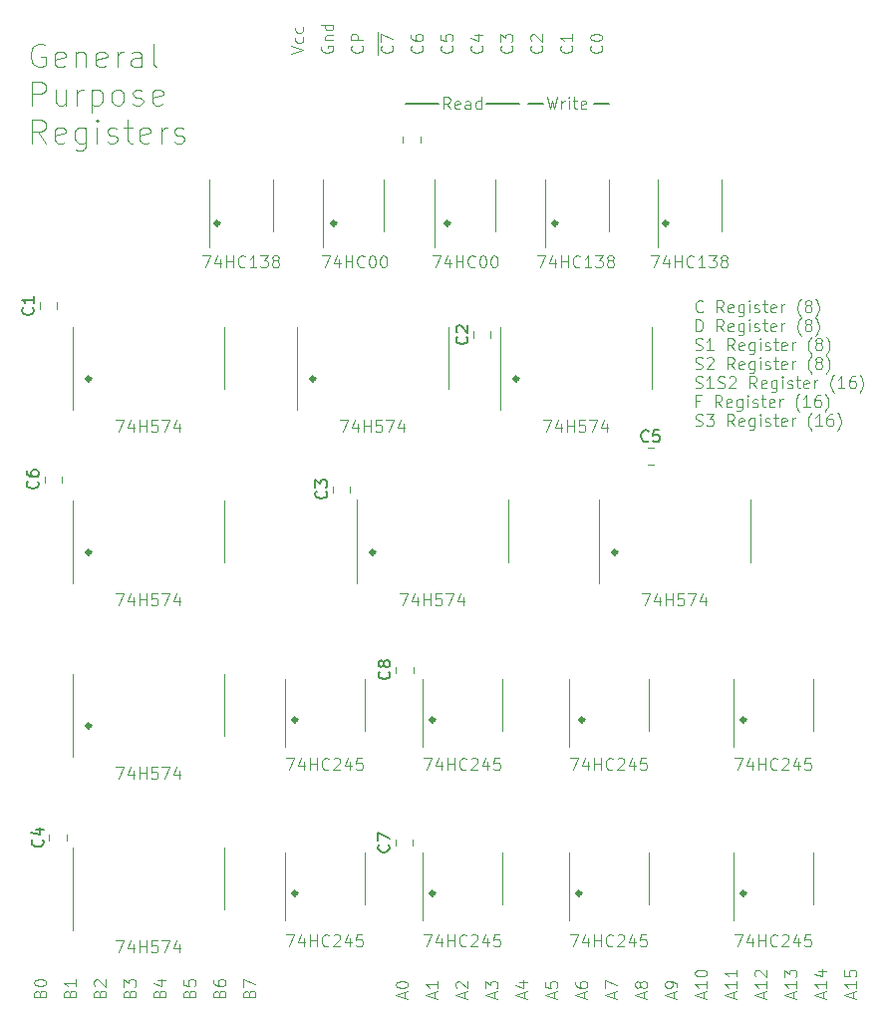
<source format=gbr>
%TF.GenerationSoftware,KiCad,Pcbnew,(6.0.0-0)*%
%TF.CreationDate,2022-02-14T21:13:18-05:00*%
%TF.ProjectId,Minified-Gpr,4d696e69-6669-4656-942d-4770722e6b69,rev?*%
%TF.SameCoordinates,Original*%
%TF.FileFunction,Legend,Top*%
%TF.FilePolarity,Positive*%
%FSLAX46Y46*%
G04 Gerber Fmt 4.6, Leading zero omitted, Abs format (unit mm)*
G04 Created by KiCad (PCBNEW (6.0.0-0)) date 2022-02-14 21:13:18*
%MOMM*%
%LPD*%
G01*
G04 APERTURE LIST*
%ADD10C,0.329000*%
%ADD11C,0.150000*%
%ADD12C,0.100000*%
%ADD13C,0.120000*%
G04 APERTURE END LIST*
D10*
X127164500Y-80010000D02*
G75*
G03*
X127164500Y-80010000I-164500J0D01*
G01*
X133768500Y-122174000D02*
G75*
G03*
X133768500Y-122174000I-164500J0D01*
G01*
X133768500Y-136906000D02*
G75*
G03*
X133768500Y-136906000I-164500J0D01*
G01*
X119798500Y-136906000D02*
G75*
G03*
X119798500Y-136906000I-164500J0D01*
G01*
X120052500Y-122174000D02*
G75*
G03*
X120052500Y-122174000I-164500J0D01*
G01*
X107352500Y-136906000D02*
G75*
G03*
X107352500Y-136906000I-164500J0D01*
G01*
X107352500Y-122174000D02*
G75*
G03*
X107352500Y-122174000I-164500J0D01*
G01*
X95668500Y-136906000D02*
G75*
G03*
X95668500Y-136906000I-164500J0D01*
G01*
X95668500Y-122174000D02*
G75*
G03*
X95668500Y-122174000I-164500J0D01*
G01*
X122846500Y-107950000D02*
G75*
G03*
X122846500Y-107950000I-164500J0D01*
G01*
X102272500Y-107950000D02*
G75*
G03*
X102272500Y-107950000I-164500J0D01*
G01*
X114464500Y-93218000D02*
G75*
G03*
X114464500Y-93218000I-164500J0D01*
G01*
X97192500Y-93218000D02*
G75*
G03*
X97192500Y-93218000I-164500J0D01*
G01*
X117766500Y-80010000D02*
G75*
G03*
X117766500Y-80010000I-164500J0D01*
G01*
X108622500Y-80010000D02*
G75*
G03*
X108622500Y-80010000I-164500J0D01*
G01*
X98970500Y-80010000D02*
G75*
G03*
X98970500Y-80010000I-164500J0D01*
G01*
X89064500Y-80010000D02*
G75*
G03*
X89064500Y-80010000I-164500J0D01*
G01*
X78142500Y-93218000D02*
G75*
G03*
X78142500Y-93218000I-164500J0D01*
G01*
X78142500Y-122682000D02*
G75*
G03*
X78142500Y-122682000I-164500J0D01*
G01*
X78142500Y-107950000D02*
G75*
G03*
X78142500Y-107950000I-164500J0D01*
G01*
D11*
X120904000Y-69850000D02*
X122174000Y-69850000D01*
X114554000Y-69850000D02*
X111760000Y-69850000D01*
X116586000Y-69850000D02*
X115316000Y-69850000D01*
X107696000Y-69850000D02*
X104902000Y-69850000D01*
D12*
X73842571Y-145413571D02*
X73890190Y-145270714D01*
X73937809Y-145223095D01*
X74033047Y-145175476D01*
X74175904Y-145175476D01*
X74271142Y-145223095D01*
X74318761Y-145270714D01*
X74366380Y-145365952D01*
X74366380Y-145746904D01*
X73366380Y-145746904D01*
X73366380Y-145413571D01*
X73414000Y-145318333D01*
X73461619Y-145270714D01*
X73556857Y-145223095D01*
X73652095Y-145223095D01*
X73747333Y-145270714D01*
X73794952Y-145318333D01*
X73842571Y-145413571D01*
X73842571Y-145746904D01*
X73366380Y-144556428D02*
X73366380Y-144461190D01*
X73414000Y-144365952D01*
X73461619Y-144318333D01*
X73556857Y-144270714D01*
X73747333Y-144223095D01*
X73985428Y-144223095D01*
X74175904Y-144270714D01*
X74271142Y-144318333D01*
X74318761Y-144365952D01*
X74366380Y-144461190D01*
X74366380Y-144556428D01*
X74318761Y-144651666D01*
X74271142Y-144699285D01*
X74175904Y-144746904D01*
X73985428Y-144794523D01*
X73747333Y-144794523D01*
X73556857Y-144746904D01*
X73461619Y-144699285D01*
X73414000Y-144651666D01*
X73366380Y-144556428D01*
X80296095Y-126198380D02*
X80962761Y-126198380D01*
X80534190Y-127198380D01*
X81772285Y-126531714D02*
X81772285Y-127198380D01*
X81534190Y-126150761D02*
X81296095Y-126865047D01*
X81915142Y-126865047D01*
X82296095Y-127198380D02*
X82296095Y-126198380D01*
X82296095Y-126674571D02*
X82867523Y-126674571D01*
X82867523Y-127198380D02*
X82867523Y-126198380D01*
X83819904Y-126198380D02*
X83343714Y-126198380D01*
X83296095Y-126674571D01*
X83343714Y-126626952D01*
X83438952Y-126579333D01*
X83677047Y-126579333D01*
X83772285Y-126626952D01*
X83819904Y-126674571D01*
X83867523Y-126769809D01*
X83867523Y-127007904D01*
X83819904Y-127103142D01*
X83772285Y-127150761D01*
X83677047Y-127198380D01*
X83438952Y-127198380D01*
X83343714Y-127150761D01*
X83296095Y-127103142D01*
X84200857Y-126198380D02*
X84867523Y-126198380D01*
X84438952Y-127198380D01*
X85677047Y-126531714D02*
X85677047Y-127198380D01*
X85438952Y-126150761D02*
X85200857Y-126865047D01*
X85819904Y-126865047D01*
X127674666Y-145794523D02*
X127674666Y-145318333D01*
X127960380Y-145889761D02*
X126960380Y-145556428D01*
X127960380Y-145223095D01*
X127960380Y-144842142D02*
X127960380Y-144651666D01*
X127912761Y-144556428D01*
X127865142Y-144508809D01*
X127722285Y-144413571D01*
X127531809Y-144365952D01*
X127150857Y-144365952D01*
X127055619Y-144413571D01*
X127008000Y-144461190D01*
X126960380Y-144556428D01*
X126960380Y-144746904D01*
X127008000Y-144842142D01*
X127055619Y-144889761D01*
X127150857Y-144937380D01*
X127388952Y-144937380D01*
X127484190Y-144889761D01*
X127531809Y-144842142D01*
X127579428Y-144746904D01*
X127579428Y-144556428D01*
X127531809Y-144461190D01*
X127484190Y-144413571D01*
X127388952Y-144365952D01*
X106466095Y-140422380D02*
X107132761Y-140422380D01*
X106704190Y-141422380D01*
X107942285Y-140755714D02*
X107942285Y-141422380D01*
X107704190Y-140374761D02*
X107466095Y-141089047D01*
X108085142Y-141089047D01*
X108466095Y-141422380D02*
X108466095Y-140422380D01*
X108466095Y-140898571D02*
X109037523Y-140898571D01*
X109037523Y-141422380D02*
X109037523Y-140422380D01*
X110085142Y-141327142D02*
X110037523Y-141374761D01*
X109894666Y-141422380D01*
X109799428Y-141422380D01*
X109656571Y-141374761D01*
X109561333Y-141279523D01*
X109513714Y-141184285D01*
X109466095Y-140993809D01*
X109466095Y-140850952D01*
X109513714Y-140660476D01*
X109561333Y-140565238D01*
X109656571Y-140470000D01*
X109799428Y-140422380D01*
X109894666Y-140422380D01*
X110037523Y-140470000D01*
X110085142Y-140517619D01*
X110466095Y-140517619D02*
X110513714Y-140470000D01*
X110608952Y-140422380D01*
X110847047Y-140422380D01*
X110942285Y-140470000D01*
X110989904Y-140517619D01*
X111037523Y-140612857D01*
X111037523Y-140708095D01*
X110989904Y-140850952D01*
X110418476Y-141422380D01*
X111037523Y-141422380D01*
X111894666Y-140755714D02*
X111894666Y-141422380D01*
X111656571Y-140374761D02*
X111418476Y-141089047D01*
X112037523Y-141089047D01*
X112894666Y-140422380D02*
X112418476Y-140422380D01*
X112370857Y-140898571D01*
X112418476Y-140850952D01*
X112513714Y-140803333D01*
X112751809Y-140803333D01*
X112847047Y-140850952D01*
X112894666Y-140898571D01*
X112942285Y-140993809D01*
X112942285Y-141231904D01*
X112894666Y-141327142D01*
X112847047Y-141374761D01*
X112751809Y-141422380D01*
X112513714Y-141422380D01*
X112418476Y-141374761D01*
X112370857Y-141327142D01*
X114974666Y-145794523D02*
X114974666Y-145318333D01*
X115260380Y-145889761D02*
X114260380Y-145556428D01*
X115260380Y-145223095D01*
X114593714Y-144461190D02*
X115260380Y-144461190D01*
X114212761Y-144699285D02*
X114927047Y-144937380D01*
X114927047Y-144318333D01*
X130160523Y-87475142D02*
X130112904Y-87522761D01*
X129970047Y-87570380D01*
X129874809Y-87570380D01*
X129731952Y-87522761D01*
X129636714Y-87427523D01*
X129589095Y-87332285D01*
X129541476Y-87141809D01*
X129541476Y-86998952D01*
X129589095Y-86808476D01*
X129636714Y-86713238D01*
X129731952Y-86618000D01*
X129874809Y-86570380D01*
X129970047Y-86570380D01*
X130112904Y-86618000D01*
X130160523Y-86665619D01*
X131922428Y-87570380D02*
X131589095Y-87094190D01*
X131351000Y-87570380D02*
X131351000Y-86570380D01*
X131731952Y-86570380D01*
X131827190Y-86618000D01*
X131874809Y-86665619D01*
X131922428Y-86760857D01*
X131922428Y-86903714D01*
X131874809Y-86998952D01*
X131827190Y-87046571D01*
X131731952Y-87094190D01*
X131351000Y-87094190D01*
X132731952Y-87522761D02*
X132636714Y-87570380D01*
X132446238Y-87570380D01*
X132351000Y-87522761D01*
X132303380Y-87427523D01*
X132303380Y-87046571D01*
X132351000Y-86951333D01*
X132446238Y-86903714D01*
X132636714Y-86903714D01*
X132731952Y-86951333D01*
X132779571Y-87046571D01*
X132779571Y-87141809D01*
X132303380Y-87237047D01*
X133636714Y-86903714D02*
X133636714Y-87713238D01*
X133589095Y-87808476D01*
X133541476Y-87856095D01*
X133446238Y-87903714D01*
X133303380Y-87903714D01*
X133208142Y-87856095D01*
X133636714Y-87522761D02*
X133541476Y-87570380D01*
X133351000Y-87570380D01*
X133255761Y-87522761D01*
X133208142Y-87475142D01*
X133160523Y-87379904D01*
X133160523Y-87094190D01*
X133208142Y-86998952D01*
X133255761Y-86951333D01*
X133351000Y-86903714D01*
X133541476Y-86903714D01*
X133636714Y-86951333D01*
X134112904Y-87570380D02*
X134112904Y-86903714D01*
X134112904Y-86570380D02*
X134065285Y-86618000D01*
X134112904Y-86665619D01*
X134160523Y-86618000D01*
X134112904Y-86570380D01*
X134112904Y-86665619D01*
X134541476Y-87522761D02*
X134636714Y-87570380D01*
X134827190Y-87570380D01*
X134922428Y-87522761D01*
X134970047Y-87427523D01*
X134970047Y-87379904D01*
X134922428Y-87284666D01*
X134827190Y-87237047D01*
X134684333Y-87237047D01*
X134589095Y-87189428D01*
X134541476Y-87094190D01*
X134541476Y-87046571D01*
X134589095Y-86951333D01*
X134684333Y-86903714D01*
X134827190Y-86903714D01*
X134922428Y-86951333D01*
X135255761Y-86903714D02*
X135636714Y-86903714D01*
X135398619Y-86570380D02*
X135398619Y-87427523D01*
X135446238Y-87522761D01*
X135541476Y-87570380D01*
X135636714Y-87570380D01*
X136351000Y-87522761D02*
X136255761Y-87570380D01*
X136065285Y-87570380D01*
X135970047Y-87522761D01*
X135922428Y-87427523D01*
X135922428Y-87046571D01*
X135970047Y-86951333D01*
X136065285Y-86903714D01*
X136255761Y-86903714D01*
X136351000Y-86951333D01*
X136398619Y-87046571D01*
X136398619Y-87141809D01*
X135922428Y-87237047D01*
X136827190Y-87570380D02*
X136827190Y-86903714D01*
X136827190Y-87094190D02*
X136874809Y-86998952D01*
X136922428Y-86951333D01*
X137017666Y-86903714D01*
X137112904Y-86903714D01*
X138493857Y-87951333D02*
X138446238Y-87903714D01*
X138351000Y-87760857D01*
X138303380Y-87665619D01*
X138255761Y-87522761D01*
X138208142Y-87284666D01*
X138208142Y-87094190D01*
X138255761Y-86856095D01*
X138303380Y-86713238D01*
X138351000Y-86618000D01*
X138446238Y-86475142D01*
X138493857Y-86427523D01*
X139017666Y-86998952D02*
X138922428Y-86951333D01*
X138874809Y-86903714D01*
X138827190Y-86808476D01*
X138827190Y-86760857D01*
X138874809Y-86665619D01*
X138922428Y-86618000D01*
X139017666Y-86570380D01*
X139208142Y-86570380D01*
X139303380Y-86618000D01*
X139351000Y-86665619D01*
X139398619Y-86760857D01*
X139398619Y-86808476D01*
X139351000Y-86903714D01*
X139303380Y-86951333D01*
X139208142Y-86998952D01*
X139017666Y-86998952D01*
X138922428Y-87046571D01*
X138874809Y-87094190D01*
X138827190Y-87189428D01*
X138827190Y-87379904D01*
X138874809Y-87475142D01*
X138922428Y-87522761D01*
X139017666Y-87570380D01*
X139208142Y-87570380D01*
X139303380Y-87522761D01*
X139351000Y-87475142D01*
X139398619Y-87379904D01*
X139398619Y-87189428D01*
X139351000Y-87094190D01*
X139303380Y-87046571D01*
X139208142Y-86998952D01*
X139731952Y-87951333D02*
X139779571Y-87903714D01*
X139874809Y-87760857D01*
X139922428Y-87665619D01*
X139970047Y-87522761D01*
X140017666Y-87284666D01*
X140017666Y-87094190D01*
X139970047Y-86856095D01*
X139922428Y-86713238D01*
X139874809Y-86618000D01*
X139779571Y-86475142D01*
X139731952Y-86427523D01*
X129589095Y-89180380D02*
X129589095Y-88180380D01*
X129827190Y-88180380D01*
X129970047Y-88228000D01*
X130065285Y-88323238D01*
X130112904Y-88418476D01*
X130160523Y-88608952D01*
X130160523Y-88751809D01*
X130112904Y-88942285D01*
X130065285Y-89037523D01*
X129970047Y-89132761D01*
X129827190Y-89180380D01*
X129589095Y-89180380D01*
X131922428Y-89180380D02*
X131589095Y-88704190D01*
X131351000Y-89180380D02*
X131351000Y-88180380D01*
X131731952Y-88180380D01*
X131827190Y-88228000D01*
X131874809Y-88275619D01*
X131922428Y-88370857D01*
X131922428Y-88513714D01*
X131874809Y-88608952D01*
X131827190Y-88656571D01*
X131731952Y-88704190D01*
X131351000Y-88704190D01*
X132731952Y-89132761D02*
X132636714Y-89180380D01*
X132446238Y-89180380D01*
X132351000Y-89132761D01*
X132303380Y-89037523D01*
X132303380Y-88656571D01*
X132351000Y-88561333D01*
X132446238Y-88513714D01*
X132636714Y-88513714D01*
X132731952Y-88561333D01*
X132779571Y-88656571D01*
X132779571Y-88751809D01*
X132303380Y-88847047D01*
X133636714Y-88513714D02*
X133636714Y-89323238D01*
X133589095Y-89418476D01*
X133541476Y-89466095D01*
X133446238Y-89513714D01*
X133303380Y-89513714D01*
X133208142Y-89466095D01*
X133636714Y-89132761D02*
X133541476Y-89180380D01*
X133351000Y-89180380D01*
X133255761Y-89132761D01*
X133208142Y-89085142D01*
X133160523Y-88989904D01*
X133160523Y-88704190D01*
X133208142Y-88608952D01*
X133255761Y-88561333D01*
X133351000Y-88513714D01*
X133541476Y-88513714D01*
X133636714Y-88561333D01*
X134112904Y-89180380D02*
X134112904Y-88513714D01*
X134112904Y-88180380D02*
X134065285Y-88228000D01*
X134112904Y-88275619D01*
X134160523Y-88228000D01*
X134112904Y-88180380D01*
X134112904Y-88275619D01*
X134541476Y-89132761D02*
X134636714Y-89180380D01*
X134827190Y-89180380D01*
X134922428Y-89132761D01*
X134970047Y-89037523D01*
X134970047Y-88989904D01*
X134922428Y-88894666D01*
X134827190Y-88847047D01*
X134684333Y-88847047D01*
X134589095Y-88799428D01*
X134541476Y-88704190D01*
X134541476Y-88656571D01*
X134589095Y-88561333D01*
X134684333Y-88513714D01*
X134827190Y-88513714D01*
X134922428Y-88561333D01*
X135255761Y-88513714D02*
X135636714Y-88513714D01*
X135398619Y-88180380D02*
X135398619Y-89037523D01*
X135446238Y-89132761D01*
X135541476Y-89180380D01*
X135636714Y-89180380D01*
X136351000Y-89132761D02*
X136255761Y-89180380D01*
X136065285Y-89180380D01*
X135970047Y-89132761D01*
X135922428Y-89037523D01*
X135922428Y-88656571D01*
X135970047Y-88561333D01*
X136065285Y-88513714D01*
X136255761Y-88513714D01*
X136351000Y-88561333D01*
X136398619Y-88656571D01*
X136398619Y-88751809D01*
X135922428Y-88847047D01*
X136827190Y-89180380D02*
X136827190Y-88513714D01*
X136827190Y-88704190D02*
X136874809Y-88608952D01*
X136922428Y-88561333D01*
X137017666Y-88513714D01*
X137112904Y-88513714D01*
X138493857Y-89561333D02*
X138446238Y-89513714D01*
X138351000Y-89370857D01*
X138303380Y-89275619D01*
X138255761Y-89132761D01*
X138208142Y-88894666D01*
X138208142Y-88704190D01*
X138255761Y-88466095D01*
X138303380Y-88323238D01*
X138351000Y-88228000D01*
X138446238Y-88085142D01*
X138493857Y-88037523D01*
X139017666Y-88608952D02*
X138922428Y-88561333D01*
X138874809Y-88513714D01*
X138827190Y-88418476D01*
X138827190Y-88370857D01*
X138874809Y-88275619D01*
X138922428Y-88228000D01*
X139017666Y-88180380D01*
X139208142Y-88180380D01*
X139303380Y-88228000D01*
X139351000Y-88275619D01*
X139398619Y-88370857D01*
X139398619Y-88418476D01*
X139351000Y-88513714D01*
X139303380Y-88561333D01*
X139208142Y-88608952D01*
X139017666Y-88608952D01*
X138922428Y-88656571D01*
X138874809Y-88704190D01*
X138827190Y-88799428D01*
X138827190Y-88989904D01*
X138874809Y-89085142D01*
X138922428Y-89132761D01*
X139017666Y-89180380D01*
X139208142Y-89180380D01*
X139303380Y-89132761D01*
X139351000Y-89085142D01*
X139398619Y-88989904D01*
X139398619Y-88799428D01*
X139351000Y-88704190D01*
X139303380Y-88656571D01*
X139208142Y-88608952D01*
X139731952Y-89561333D02*
X139779571Y-89513714D01*
X139874809Y-89370857D01*
X139922428Y-89275619D01*
X139970047Y-89132761D01*
X140017666Y-88894666D01*
X140017666Y-88704190D01*
X139970047Y-88466095D01*
X139922428Y-88323238D01*
X139874809Y-88228000D01*
X139779571Y-88085142D01*
X139731952Y-88037523D01*
X129541476Y-90742761D02*
X129684333Y-90790380D01*
X129922428Y-90790380D01*
X130017666Y-90742761D01*
X130065285Y-90695142D01*
X130112904Y-90599904D01*
X130112904Y-90504666D01*
X130065285Y-90409428D01*
X130017666Y-90361809D01*
X129922428Y-90314190D01*
X129731952Y-90266571D01*
X129636714Y-90218952D01*
X129589095Y-90171333D01*
X129541476Y-90076095D01*
X129541476Y-89980857D01*
X129589095Y-89885619D01*
X129636714Y-89838000D01*
X129731952Y-89790380D01*
X129970047Y-89790380D01*
X130112904Y-89838000D01*
X131065285Y-90790380D02*
X130493857Y-90790380D01*
X130779571Y-90790380D02*
X130779571Y-89790380D01*
X130684333Y-89933238D01*
X130589095Y-90028476D01*
X130493857Y-90076095D01*
X132827190Y-90790380D02*
X132493857Y-90314190D01*
X132255761Y-90790380D02*
X132255761Y-89790380D01*
X132636714Y-89790380D01*
X132731952Y-89838000D01*
X132779571Y-89885619D01*
X132827190Y-89980857D01*
X132827190Y-90123714D01*
X132779571Y-90218952D01*
X132731952Y-90266571D01*
X132636714Y-90314190D01*
X132255761Y-90314190D01*
X133636714Y-90742761D02*
X133541476Y-90790380D01*
X133351000Y-90790380D01*
X133255761Y-90742761D01*
X133208142Y-90647523D01*
X133208142Y-90266571D01*
X133255761Y-90171333D01*
X133351000Y-90123714D01*
X133541476Y-90123714D01*
X133636714Y-90171333D01*
X133684333Y-90266571D01*
X133684333Y-90361809D01*
X133208142Y-90457047D01*
X134541476Y-90123714D02*
X134541476Y-90933238D01*
X134493857Y-91028476D01*
X134446238Y-91076095D01*
X134351000Y-91123714D01*
X134208142Y-91123714D01*
X134112904Y-91076095D01*
X134541476Y-90742761D02*
X134446238Y-90790380D01*
X134255761Y-90790380D01*
X134160523Y-90742761D01*
X134112904Y-90695142D01*
X134065285Y-90599904D01*
X134065285Y-90314190D01*
X134112904Y-90218952D01*
X134160523Y-90171333D01*
X134255761Y-90123714D01*
X134446238Y-90123714D01*
X134541476Y-90171333D01*
X135017666Y-90790380D02*
X135017666Y-90123714D01*
X135017666Y-89790380D02*
X134970047Y-89838000D01*
X135017666Y-89885619D01*
X135065285Y-89838000D01*
X135017666Y-89790380D01*
X135017666Y-89885619D01*
X135446238Y-90742761D02*
X135541476Y-90790380D01*
X135731952Y-90790380D01*
X135827190Y-90742761D01*
X135874809Y-90647523D01*
X135874809Y-90599904D01*
X135827190Y-90504666D01*
X135731952Y-90457047D01*
X135589095Y-90457047D01*
X135493857Y-90409428D01*
X135446238Y-90314190D01*
X135446238Y-90266571D01*
X135493857Y-90171333D01*
X135589095Y-90123714D01*
X135731952Y-90123714D01*
X135827190Y-90171333D01*
X136160523Y-90123714D02*
X136541476Y-90123714D01*
X136303380Y-89790380D02*
X136303380Y-90647523D01*
X136351000Y-90742761D01*
X136446238Y-90790380D01*
X136541476Y-90790380D01*
X137255761Y-90742761D02*
X137160523Y-90790380D01*
X136970047Y-90790380D01*
X136874809Y-90742761D01*
X136827190Y-90647523D01*
X136827190Y-90266571D01*
X136874809Y-90171333D01*
X136970047Y-90123714D01*
X137160523Y-90123714D01*
X137255761Y-90171333D01*
X137303380Y-90266571D01*
X137303380Y-90361809D01*
X136827190Y-90457047D01*
X137731952Y-90790380D02*
X137731952Y-90123714D01*
X137731952Y-90314190D02*
X137779571Y-90218952D01*
X137827190Y-90171333D01*
X137922428Y-90123714D01*
X138017666Y-90123714D01*
X139398619Y-91171333D02*
X139351000Y-91123714D01*
X139255761Y-90980857D01*
X139208142Y-90885619D01*
X139160523Y-90742761D01*
X139112904Y-90504666D01*
X139112904Y-90314190D01*
X139160523Y-90076095D01*
X139208142Y-89933238D01*
X139255761Y-89838000D01*
X139351000Y-89695142D01*
X139398619Y-89647523D01*
X139922428Y-90218952D02*
X139827190Y-90171333D01*
X139779571Y-90123714D01*
X139731952Y-90028476D01*
X139731952Y-89980857D01*
X139779571Y-89885619D01*
X139827190Y-89838000D01*
X139922428Y-89790380D01*
X140112904Y-89790380D01*
X140208142Y-89838000D01*
X140255761Y-89885619D01*
X140303380Y-89980857D01*
X140303380Y-90028476D01*
X140255761Y-90123714D01*
X140208142Y-90171333D01*
X140112904Y-90218952D01*
X139922428Y-90218952D01*
X139827190Y-90266571D01*
X139779571Y-90314190D01*
X139731952Y-90409428D01*
X139731952Y-90599904D01*
X139779571Y-90695142D01*
X139827190Y-90742761D01*
X139922428Y-90790380D01*
X140112904Y-90790380D01*
X140208142Y-90742761D01*
X140255761Y-90695142D01*
X140303380Y-90599904D01*
X140303380Y-90409428D01*
X140255761Y-90314190D01*
X140208142Y-90266571D01*
X140112904Y-90218952D01*
X140636714Y-91171333D02*
X140684333Y-91123714D01*
X140779571Y-90980857D01*
X140827190Y-90885619D01*
X140874809Y-90742761D01*
X140922428Y-90504666D01*
X140922428Y-90314190D01*
X140874809Y-90076095D01*
X140827190Y-89933238D01*
X140779571Y-89838000D01*
X140684333Y-89695142D01*
X140636714Y-89647523D01*
X129541476Y-92352761D02*
X129684333Y-92400380D01*
X129922428Y-92400380D01*
X130017666Y-92352761D01*
X130065285Y-92305142D01*
X130112904Y-92209904D01*
X130112904Y-92114666D01*
X130065285Y-92019428D01*
X130017666Y-91971809D01*
X129922428Y-91924190D01*
X129731952Y-91876571D01*
X129636714Y-91828952D01*
X129589095Y-91781333D01*
X129541476Y-91686095D01*
X129541476Y-91590857D01*
X129589095Y-91495619D01*
X129636714Y-91448000D01*
X129731952Y-91400380D01*
X129970047Y-91400380D01*
X130112904Y-91448000D01*
X130493857Y-91495619D02*
X130541476Y-91448000D01*
X130636714Y-91400380D01*
X130874809Y-91400380D01*
X130970047Y-91448000D01*
X131017666Y-91495619D01*
X131065285Y-91590857D01*
X131065285Y-91686095D01*
X131017666Y-91828952D01*
X130446238Y-92400380D01*
X131065285Y-92400380D01*
X132827190Y-92400380D02*
X132493857Y-91924190D01*
X132255761Y-92400380D02*
X132255761Y-91400380D01*
X132636714Y-91400380D01*
X132731952Y-91448000D01*
X132779571Y-91495619D01*
X132827190Y-91590857D01*
X132827190Y-91733714D01*
X132779571Y-91828952D01*
X132731952Y-91876571D01*
X132636714Y-91924190D01*
X132255761Y-91924190D01*
X133636714Y-92352761D02*
X133541476Y-92400380D01*
X133351000Y-92400380D01*
X133255761Y-92352761D01*
X133208142Y-92257523D01*
X133208142Y-91876571D01*
X133255761Y-91781333D01*
X133351000Y-91733714D01*
X133541476Y-91733714D01*
X133636714Y-91781333D01*
X133684333Y-91876571D01*
X133684333Y-91971809D01*
X133208142Y-92067047D01*
X134541476Y-91733714D02*
X134541476Y-92543238D01*
X134493857Y-92638476D01*
X134446238Y-92686095D01*
X134351000Y-92733714D01*
X134208142Y-92733714D01*
X134112904Y-92686095D01*
X134541476Y-92352761D02*
X134446238Y-92400380D01*
X134255761Y-92400380D01*
X134160523Y-92352761D01*
X134112904Y-92305142D01*
X134065285Y-92209904D01*
X134065285Y-91924190D01*
X134112904Y-91828952D01*
X134160523Y-91781333D01*
X134255761Y-91733714D01*
X134446238Y-91733714D01*
X134541476Y-91781333D01*
X135017666Y-92400380D02*
X135017666Y-91733714D01*
X135017666Y-91400380D02*
X134970047Y-91448000D01*
X135017666Y-91495619D01*
X135065285Y-91448000D01*
X135017666Y-91400380D01*
X135017666Y-91495619D01*
X135446238Y-92352761D02*
X135541476Y-92400380D01*
X135731952Y-92400380D01*
X135827190Y-92352761D01*
X135874809Y-92257523D01*
X135874809Y-92209904D01*
X135827190Y-92114666D01*
X135731952Y-92067047D01*
X135589095Y-92067047D01*
X135493857Y-92019428D01*
X135446238Y-91924190D01*
X135446238Y-91876571D01*
X135493857Y-91781333D01*
X135589095Y-91733714D01*
X135731952Y-91733714D01*
X135827190Y-91781333D01*
X136160523Y-91733714D02*
X136541476Y-91733714D01*
X136303380Y-91400380D02*
X136303380Y-92257523D01*
X136351000Y-92352761D01*
X136446238Y-92400380D01*
X136541476Y-92400380D01*
X137255761Y-92352761D02*
X137160523Y-92400380D01*
X136970047Y-92400380D01*
X136874809Y-92352761D01*
X136827190Y-92257523D01*
X136827190Y-91876571D01*
X136874809Y-91781333D01*
X136970047Y-91733714D01*
X137160523Y-91733714D01*
X137255761Y-91781333D01*
X137303380Y-91876571D01*
X137303380Y-91971809D01*
X136827190Y-92067047D01*
X137731952Y-92400380D02*
X137731952Y-91733714D01*
X137731952Y-91924190D02*
X137779571Y-91828952D01*
X137827190Y-91781333D01*
X137922428Y-91733714D01*
X138017666Y-91733714D01*
X139398619Y-92781333D02*
X139351000Y-92733714D01*
X139255761Y-92590857D01*
X139208142Y-92495619D01*
X139160523Y-92352761D01*
X139112904Y-92114666D01*
X139112904Y-91924190D01*
X139160523Y-91686095D01*
X139208142Y-91543238D01*
X139255761Y-91448000D01*
X139351000Y-91305142D01*
X139398619Y-91257523D01*
X139922428Y-91828952D02*
X139827190Y-91781333D01*
X139779571Y-91733714D01*
X139731952Y-91638476D01*
X139731952Y-91590857D01*
X139779571Y-91495619D01*
X139827190Y-91448000D01*
X139922428Y-91400380D01*
X140112904Y-91400380D01*
X140208142Y-91448000D01*
X140255761Y-91495619D01*
X140303380Y-91590857D01*
X140303380Y-91638476D01*
X140255761Y-91733714D01*
X140208142Y-91781333D01*
X140112904Y-91828952D01*
X139922428Y-91828952D01*
X139827190Y-91876571D01*
X139779571Y-91924190D01*
X139731952Y-92019428D01*
X139731952Y-92209904D01*
X139779571Y-92305142D01*
X139827190Y-92352761D01*
X139922428Y-92400380D01*
X140112904Y-92400380D01*
X140208142Y-92352761D01*
X140255761Y-92305142D01*
X140303380Y-92209904D01*
X140303380Y-92019428D01*
X140255761Y-91924190D01*
X140208142Y-91876571D01*
X140112904Y-91828952D01*
X140636714Y-92781333D02*
X140684333Y-92733714D01*
X140779571Y-92590857D01*
X140827190Y-92495619D01*
X140874809Y-92352761D01*
X140922428Y-92114666D01*
X140922428Y-91924190D01*
X140874809Y-91686095D01*
X140827190Y-91543238D01*
X140779571Y-91448000D01*
X140684333Y-91305142D01*
X140636714Y-91257523D01*
X129541476Y-93962761D02*
X129684333Y-94010380D01*
X129922428Y-94010380D01*
X130017666Y-93962761D01*
X130065285Y-93915142D01*
X130112904Y-93819904D01*
X130112904Y-93724666D01*
X130065285Y-93629428D01*
X130017666Y-93581809D01*
X129922428Y-93534190D01*
X129731952Y-93486571D01*
X129636714Y-93438952D01*
X129589095Y-93391333D01*
X129541476Y-93296095D01*
X129541476Y-93200857D01*
X129589095Y-93105619D01*
X129636714Y-93058000D01*
X129731952Y-93010380D01*
X129970047Y-93010380D01*
X130112904Y-93058000D01*
X131065285Y-94010380D02*
X130493857Y-94010380D01*
X130779571Y-94010380D02*
X130779571Y-93010380D01*
X130684333Y-93153238D01*
X130589095Y-93248476D01*
X130493857Y-93296095D01*
X131446238Y-93962761D02*
X131589095Y-94010380D01*
X131827190Y-94010380D01*
X131922428Y-93962761D01*
X131970047Y-93915142D01*
X132017666Y-93819904D01*
X132017666Y-93724666D01*
X131970047Y-93629428D01*
X131922428Y-93581809D01*
X131827190Y-93534190D01*
X131636714Y-93486571D01*
X131541476Y-93438952D01*
X131493857Y-93391333D01*
X131446238Y-93296095D01*
X131446238Y-93200857D01*
X131493857Y-93105619D01*
X131541476Y-93058000D01*
X131636714Y-93010380D01*
X131874809Y-93010380D01*
X132017666Y-93058000D01*
X132398619Y-93105619D02*
X132446238Y-93058000D01*
X132541476Y-93010380D01*
X132779571Y-93010380D01*
X132874809Y-93058000D01*
X132922428Y-93105619D01*
X132970047Y-93200857D01*
X132970047Y-93296095D01*
X132922428Y-93438952D01*
X132351000Y-94010380D01*
X132970047Y-94010380D01*
X134731952Y-94010380D02*
X134398619Y-93534190D01*
X134160523Y-94010380D02*
X134160523Y-93010380D01*
X134541476Y-93010380D01*
X134636714Y-93058000D01*
X134684333Y-93105619D01*
X134731952Y-93200857D01*
X134731952Y-93343714D01*
X134684333Y-93438952D01*
X134636714Y-93486571D01*
X134541476Y-93534190D01*
X134160523Y-93534190D01*
X135541476Y-93962761D02*
X135446238Y-94010380D01*
X135255761Y-94010380D01*
X135160523Y-93962761D01*
X135112904Y-93867523D01*
X135112904Y-93486571D01*
X135160523Y-93391333D01*
X135255761Y-93343714D01*
X135446238Y-93343714D01*
X135541476Y-93391333D01*
X135589095Y-93486571D01*
X135589095Y-93581809D01*
X135112904Y-93677047D01*
X136446238Y-93343714D02*
X136446238Y-94153238D01*
X136398619Y-94248476D01*
X136351000Y-94296095D01*
X136255761Y-94343714D01*
X136112904Y-94343714D01*
X136017666Y-94296095D01*
X136446238Y-93962761D02*
X136351000Y-94010380D01*
X136160523Y-94010380D01*
X136065285Y-93962761D01*
X136017666Y-93915142D01*
X135970047Y-93819904D01*
X135970047Y-93534190D01*
X136017666Y-93438952D01*
X136065285Y-93391333D01*
X136160523Y-93343714D01*
X136351000Y-93343714D01*
X136446238Y-93391333D01*
X136922428Y-94010380D02*
X136922428Y-93343714D01*
X136922428Y-93010380D02*
X136874809Y-93058000D01*
X136922428Y-93105619D01*
X136970047Y-93058000D01*
X136922428Y-93010380D01*
X136922428Y-93105619D01*
X137351000Y-93962761D02*
X137446238Y-94010380D01*
X137636714Y-94010380D01*
X137731952Y-93962761D01*
X137779571Y-93867523D01*
X137779571Y-93819904D01*
X137731952Y-93724666D01*
X137636714Y-93677047D01*
X137493857Y-93677047D01*
X137398619Y-93629428D01*
X137351000Y-93534190D01*
X137351000Y-93486571D01*
X137398619Y-93391333D01*
X137493857Y-93343714D01*
X137636714Y-93343714D01*
X137731952Y-93391333D01*
X138065285Y-93343714D02*
X138446238Y-93343714D01*
X138208142Y-93010380D02*
X138208142Y-93867523D01*
X138255761Y-93962761D01*
X138351000Y-94010380D01*
X138446238Y-94010380D01*
X139160523Y-93962761D02*
X139065285Y-94010380D01*
X138874809Y-94010380D01*
X138779571Y-93962761D01*
X138731952Y-93867523D01*
X138731952Y-93486571D01*
X138779571Y-93391333D01*
X138874809Y-93343714D01*
X139065285Y-93343714D01*
X139160523Y-93391333D01*
X139208142Y-93486571D01*
X139208142Y-93581809D01*
X138731952Y-93677047D01*
X139636714Y-94010380D02*
X139636714Y-93343714D01*
X139636714Y-93534190D02*
X139684333Y-93438952D01*
X139731952Y-93391333D01*
X139827190Y-93343714D01*
X139922428Y-93343714D01*
X141303380Y-94391333D02*
X141255761Y-94343714D01*
X141160523Y-94200857D01*
X141112904Y-94105619D01*
X141065285Y-93962761D01*
X141017666Y-93724666D01*
X141017666Y-93534190D01*
X141065285Y-93296095D01*
X141112904Y-93153238D01*
X141160523Y-93058000D01*
X141255761Y-92915142D01*
X141303380Y-92867523D01*
X142208142Y-94010380D02*
X141636714Y-94010380D01*
X141922428Y-94010380D02*
X141922428Y-93010380D01*
X141827190Y-93153238D01*
X141731952Y-93248476D01*
X141636714Y-93296095D01*
X143065285Y-93010380D02*
X142874809Y-93010380D01*
X142779571Y-93058000D01*
X142731952Y-93105619D01*
X142636714Y-93248476D01*
X142589095Y-93438952D01*
X142589095Y-93819904D01*
X142636714Y-93915142D01*
X142684333Y-93962761D01*
X142779571Y-94010380D01*
X142970047Y-94010380D01*
X143065285Y-93962761D01*
X143112904Y-93915142D01*
X143160523Y-93819904D01*
X143160523Y-93581809D01*
X143112904Y-93486571D01*
X143065285Y-93438952D01*
X142970047Y-93391333D01*
X142779571Y-93391333D01*
X142684333Y-93438952D01*
X142636714Y-93486571D01*
X142589095Y-93581809D01*
X143493857Y-94391333D02*
X143541476Y-94343714D01*
X143636714Y-94200857D01*
X143684333Y-94105619D01*
X143731952Y-93962761D01*
X143779571Y-93724666D01*
X143779571Y-93534190D01*
X143731952Y-93296095D01*
X143684333Y-93153238D01*
X143636714Y-93058000D01*
X143541476Y-92915142D01*
X143493857Y-92867523D01*
X129922428Y-95096571D02*
X129589095Y-95096571D01*
X129589095Y-95620380D02*
X129589095Y-94620380D01*
X130065285Y-94620380D01*
X131779571Y-95620380D02*
X131446238Y-95144190D01*
X131208142Y-95620380D02*
X131208142Y-94620380D01*
X131589095Y-94620380D01*
X131684333Y-94668000D01*
X131731952Y-94715619D01*
X131779571Y-94810857D01*
X131779571Y-94953714D01*
X131731952Y-95048952D01*
X131684333Y-95096571D01*
X131589095Y-95144190D01*
X131208142Y-95144190D01*
X132589095Y-95572761D02*
X132493857Y-95620380D01*
X132303380Y-95620380D01*
X132208142Y-95572761D01*
X132160523Y-95477523D01*
X132160523Y-95096571D01*
X132208142Y-95001333D01*
X132303380Y-94953714D01*
X132493857Y-94953714D01*
X132589095Y-95001333D01*
X132636714Y-95096571D01*
X132636714Y-95191809D01*
X132160523Y-95287047D01*
X133493857Y-94953714D02*
X133493857Y-95763238D01*
X133446238Y-95858476D01*
X133398619Y-95906095D01*
X133303380Y-95953714D01*
X133160523Y-95953714D01*
X133065285Y-95906095D01*
X133493857Y-95572761D02*
X133398619Y-95620380D01*
X133208142Y-95620380D01*
X133112904Y-95572761D01*
X133065285Y-95525142D01*
X133017666Y-95429904D01*
X133017666Y-95144190D01*
X133065285Y-95048952D01*
X133112904Y-95001333D01*
X133208142Y-94953714D01*
X133398619Y-94953714D01*
X133493857Y-95001333D01*
X133970047Y-95620380D02*
X133970047Y-94953714D01*
X133970047Y-94620380D02*
X133922428Y-94668000D01*
X133970047Y-94715619D01*
X134017666Y-94668000D01*
X133970047Y-94620380D01*
X133970047Y-94715619D01*
X134398619Y-95572761D02*
X134493857Y-95620380D01*
X134684333Y-95620380D01*
X134779571Y-95572761D01*
X134827190Y-95477523D01*
X134827190Y-95429904D01*
X134779571Y-95334666D01*
X134684333Y-95287047D01*
X134541476Y-95287047D01*
X134446238Y-95239428D01*
X134398619Y-95144190D01*
X134398619Y-95096571D01*
X134446238Y-95001333D01*
X134541476Y-94953714D01*
X134684333Y-94953714D01*
X134779571Y-95001333D01*
X135112904Y-94953714D02*
X135493857Y-94953714D01*
X135255761Y-94620380D02*
X135255761Y-95477523D01*
X135303380Y-95572761D01*
X135398619Y-95620380D01*
X135493857Y-95620380D01*
X136208142Y-95572761D02*
X136112904Y-95620380D01*
X135922428Y-95620380D01*
X135827190Y-95572761D01*
X135779571Y-95477523D01*
X135779571Y-95096571D01*
X135827190Y-95001333D01*
X135922428Y-94953714D01*
X136112904Y-94953714D01*
X136208142Y-95001333D01*
X136255761Y-95096571D01*
X136255761Y-95191809D01*
X135779571Y-95287047D01*
X136684333Y-95620380D02*
X136684333Y-94953714D01*
X136684333Y-95144190D02*
X136731952Y-95048952D01*
X136779571Y-95001333D01*
X136874809Y-94953714D01*
X136970047Y-94953714D01*
X138351000Y-96001333D02*
X138303380Y-95953714D01*
X138208142Y-95810857D01*
X138160523Y-95715619D01*
X138112904Y-95572761D01*
X138065285Y-95334666D01*
X138065285Y-95144190D01*
X138112904Y-94906095D01*
X138160523Y-94763238D01*
X138208142Y-94668000D01*
X138303380Y-94525142D01*
X138351000Y-94477523D01*
X139255761Y-95620380D02*
X138684333Y-95620380D01*
X138970047Y-95620380D02*
X138970047Y-94620380D01*
X138874809Y-94763238D01*
X138779571Y-94858476D01*
X138684333Y-94906095D01*
X140112904Y-94620380D02*
X139922428Y-94620380D01*
X139827190Y-94668000D01*
X139779571Y-94715619D01*
X139684333Y-94858476D01*
X139636714Y-95048952D01*
X139636714Y-95429904D01*
X139684333Y-95525142D01*
X139731952Y-95572761D01*
X139827190Y-95620380D01*
X140017666Y-95620380D01*
X140112904Y-95572761D01*
X140160523Y-95525142D01*
X140208142Y-95429904D01*
X140208142Y-95191809D01*
X140160523Y-95096571D01*
X140112904Y-95048952D01*
X140017666Y-95001333D01*
X139827190Y-95001333D01*
X139731952Y-95048952D01*
X139684333Y-95096571D01*
X139636714Y-95191809D01*
X140541476Y-96001333D02*
X140589095Y-95953714D01*
X140684333Y-95810857D01*
X140731952Y-95715619D01*
X140779571Y-95572761D01*
X140827190Y-95334666D01*
X140827190Y-95144190D01*
X140779571Y-94906095D01*
X140731952Y-94763238D01*
X140684333Y-94668000D01*
X140589095Y-94525142D01*
X140541476Y-94477523D01*
X129541476Y-97182761D02*
X129684333Y-97230380D01*
X129922428Y-97230380D01*
X130017666Y-97182761D01*
X130065285Y-97135142D01*
X130112904Y-97039904D01*
X130112904Y-96944666D01*
X130065285Y-96849428D01*
X130017666Y-96801809D01*
X129922428Y-96754190D01*
X129731952Y-96706571D01*
X129636714Y-96658952D01*
X129589095Y-96611333D01*
X129541476Y-96516095D01*
X129541476Y-96420857D01*
X129589095Y-96325619D01*
X129636714Y-96278000D01*
X129731952Y-96230380D01*
X129970047Y-96230380D01*
X130112904Y-96278000D01*
X130446238Y-96230380D02*
X131065285Y-96230380D01*
X130731952Y-96611333D01*
X130874809Y-96611333D01*
X130970047Y-96658952D01*
X131017666Y-96706571D01*
X131065285Y-96801809D01*
X131065285Y-97039904D01*
X131017666Y-97135142D01*
X130970047Y-97182761D01*
X130874809Y-97230380D01*
X130589095Y-97230380D01*
X130493857Y-97182761D01*
X130446238Y-97135142D01*
X132827190Y-97230380D02*
X132493857Y-96754190D01*
X132255761Y-97230380D02*
X132255761Y-96230380D01*
X132636714Y-96230380D01*
X132731952Y-96278000D01*
X132779571Y-96325619D01*
X132827190Y-96420857D01*
X132827190Y-96563714D01*
X132779571Y-96658952D01*
X132731952Y-96706571D01*
X132636714Y-96754190D01*
X132255761Y-96754190D01*
X133636714Y-97182761D02*
X133541476Y-97230380D01*
X133351000Y-97230380D01*
X133255761Y-97182761D01*
X133208142Y-97087523D01*
X133208142Y-96706571D01*
X133255761Y-96611333D01*
X133351000Y-96563714D01*
X133541476Y-96563714D01*
X133636714Y-96611333D01*
X133684333Y-96706571D01*
X133684333Y-96801809D01*
X133208142Y-96897047D01*
X134541476Y-96563714D02*
X134541476Y-97373238D01*
X134493857Y-97468476D01*
X134446238Y-97516095D01*
X134351000Y-97563714D01*
X134208142Y-97563714D01*
X134112904Y-97516095D01*
X134541476Y-97182761D02*
X134446238Y-97230380D01*
X134255761Y-97230380D01*
X134160523Y-97182761D01*
X134112904Y-97135142D01*
X134065285Y-97039904D01*
X134065285Y-96754190D01*
X134112904Y-96658952D01*
X134160523Y-96611333D01*
X134255761Y-96563714D01*
X134446238Y-96563714D01*
X134541476Y-96611333D01*
X135017666Y-97230380D02*
X135017666Y-96563714D01*
X135017666Y-96230380D02*
X134970047Y-96278000D01*
X135017666Y-96325619D01*
X135065285Y-96278000D01*
X135017666Y-96230380D01*
X135017666Y-96325619D01*
X135446238Y-97182761D02*
X135541476Y-97230380D01*
X135731952Y-97230380D01*
X135827190Y-97182761D01*
X135874809Y-97087523D01*
X135874809Y-97039904D01*
X135827190Y-96944666D01*
X135731952Y-96897047D01*
X135589095Y-96897047D01*
X135493857Y-96849428D01*
X135446238Y-96754190D01*
X135446238Y-96706571D01*
X135493857Y-96611333D01*
X135589095Y-96563714D01*
X135731952Y-96563714D01*
X135827190Y-96611333D01*
X136160523Y-96563714D02*
X136541476Y-96563714D01*
X136303380Y-96230380D02*
X136303380Y-97087523D01*
X136351000Y-97182761D01*
X136446238Y-97230380D01*
X136541476Y-97230380D01*
X137255761Y-97182761D02*
X137160523Y-97230380D01*
X136970047Y-97230380D01*
X136874809Y-97182761D01*
X136827190Y-97087523D01*
X136827190Y-96706571D01*
X136874809Y-96611333D01*
X136970047Y-96563714D01*
X137160523Y-96563714D01*
X137255761Y-96611333D01*
X137303380Y-96706571D01*
X137303380Y-96801809D01*
X136827190Y-96897047D01*
X137731952Y-97230380D02*
X137731952Y-96563714D01*
X137731952Y-96754190D02*
X137779571Y-96658952D01*
X137827190Y-96611333D01*
X137922428Y-96563714D01*
X138017666Y-96563714D01*
X139398619Y-97611333D02*
X139351000Y-97563714D01*
X139255761Y-97420857D01*
X139208142Y-97325619D01*
X139160523Y-97182761D01*
X139112904Y-96944666D01*
X139112904Y-96754190D01*
X139160523Y-96516095D01*
X139208142Y-96373238D01*
X139255761Y-96278000D01*
X139351000Y-96135142D01*
X139398619Y-96087523D01*
X140303380Y-97230380D02*
X139731952Y-97230380D01*
X140017666Y-97230380D02*
X140017666Y-96230380D01*
X139922428Y-96373238D01*
X139827190Y-96468476D01*
X139731952Y-96516095D01*
X141160523Y-96230380D02*
X140970047Y-96230380D01*
X140874809Y-96278000D01*
X140827190Y-96325619D01*
X140731952Y-96468476D01*
X140684333Y-96658952D01*
X140684333Y-97039904D01*
X140731952Y-97135142D01*
X140779571Y-97182761D01*
X140874809Y-97230380D01*
X141065285Y-97230380D01*
X141160523Y-97182761D01*
X141208142Y-97135142D01*
X141255761Y-97039904D01*
X141255761Y-96801809D01*
X141208142Y-96706571D01*
X141160523Y-96658952D01*
X141065285Y-96611333D01*
X140874809Y-96611333D01*
X140779571Y-96658952D01*
X140731952Y-96706571D01*
X140684333Y-96801809D01*
X141589095Y-97611333D02*
X141636714Y-97563714D01*
X141731952Y-97420857D01*
X141779571Y-97325619D01*
X141827190Y-97182761D01*
X141874809Y-96944666D01*
X141874809Y-96754190D01*
X141827190Y-96516095D01*
X141779571Y-96373238D01*
X141731952Y-96278000D01*
X141636714Y-96135142D01*
X141589095Y-96087523D01*
X118975142Y-64911476D02*
X119022761Y-64959095D01*
X119070380Y-65101952D01*
X119070380Y-65197190D01*
X119022761Y-65340047D01*
X118927523Y-65435285D01*
X118832285Y-65482904D01*
X118641809Y-65530523D01*
X118498952Y-65530523D01*
X118308476Y-65482904D01*
X118213238Y-65435285D01*
X118118000Y-65340047D01*
X118070380Y-65197190D01*
X118070380Y-65101952D01*
X118118000Y-64959095D01*
X118165619Y-64911476D01*
X119070380Y-63959095D02*
X119070380Y-64530523D01*
X119070380Y-64244809D02*
X118070380Y-64244809D01*
X118213238Y-64340047D01*
X118308476Y-64435285D01*
X118356095Y-64530523D01*
X94782095Y-140422380D02*
X95448761Y-140422380D01*
X95020190Y-141422380D01*
X96258285Y-140755714D02*
X96258285Y-141422380D01*
X96020190Y-140374761D02*
X95782095Y-141089047D01*
X96401142Y-141089047D01*
X96782095Y-141422380D02*
X96782095Y-140422380D01*
X96782095Y-140898571D02*
X97353523Y-140898571D01*
X97353523Y-141422380D02*
X97353523Y-140422380D01*
X98401142Y-141327142D02*
X98353523Y-141374761D01*
X98210666Y-141422380D01*
X98115428Y-141422380D01*
X97972571Y-141374761D01*
X97877333Y-141279523D01*
X97829714Y-141184285D01*
X97782095Y-140993809D01*
X97782095Y-140850952D01*
X97829714Y-140660476D01*
X97877333Y-140565238D01*
X97972571Y-140470000D01*
X98115428Y-140422380D01*
X98210666Y-140422380D01*
X98353523Y-140470000D01*
X98401142Y-140517619D01*
X98782095Y-140517619D02*
X98829714Y-140470000D01*
X98924952Y-140422380D01*
X99163047Y-140422380D01*
X99258285Y-140470000D01*
X99305904Y-140517619D01*
X99353523Y-140612857D01*
X99353523Y-140708095D01*
X99305904Y-140850952D01*
X98734476Y-141422380D01*
X99353523Y-141422380D01*
X100210666Y-140755714D02*
X100210666Y-141422380D01*
X99972571Y-140374761D02*
X99734476Y-141089047D01*
X100353523Y-141089047D01*
X101210666Y-140422380D02*
X100734476Y-140422380D01*
X100686857Y-140898571D01*
X100734476Y-140850952D01*
X100829714Y-140803333D01*
X101067809Y-140803333D01*
X101163047Y-140850952D01*
X101210666Y-140898571D01*
X101258285Y-140993809D01*
X101258285Y-141231904D01*
X101210666Y-141327142D01*
X101163047Y-141374761D01*
X101067809Y-141422380D01*
X100829714Y-141422380D01*
X100734476Y-141374761D01*
X100686857Y-141327142D01*
X132882095Y-125436380D02*
X133548761Y-125436380D01*
X133120190Y-126436380D01*
X134358285Y-125769714D02*
X134358285Y-126436380D01*
X134120190Y-125388761D02*
X133882095Y-126103047D01*
X134501142Y-126103047D01*
X134882095Y-126436380D02*
X134882095Y-125436380D01*
X134882095Y-125912571D02*
X135453523Y-125912571D01*
X135453523Y-126436380D02*
X135453523Y-125436380D01*
X136501142Y-126341142D02*
X136453523Y-126388761D01*
X136310666Y-126436380D01*
X136215428Y-126436380D01*
X136072571Y-126388761D01*
X135977333Y-126293523D01*
X135929714Y-126198285D01*
X135882095Y-126007809D01*
X135882095Y-125864952D01*
X135929714Y-125674476D01*
X135977333Y-125579238D01*
X136072571Y-125484000D01*
X136215428Y-125436380D01*
X136310666Y-125436380D01*
X136453523Y-125484000D01*
X136501142Y-125531619D01*
X136882095Y-125531619D02*
X136929714Y-125484000D01*
X137024952Y-125436380D01*
X137263047Y-125436380D01*
X137358285Y-125484000D01*
X137405904Y-125531619D01*
X137453523Y-125626857D01*
X137453523Y-125722095D01*
X137405904Y-125864952D01*
X136834476Y-126436380D01*
X137453523Y-126436380D01*
X138310666Y-125769714D02*
X138310666Y-126436380D01*
X138072571Y-125388761D02*
X137834476Y-126103047D01*
X138453523Y-126103047D01*
X139310666Y-125436380D02*
X138834476Y-125436380D01*
X138786857Y-125912571D01*
X138834476Y-125864952D01*
X138929714Y-125817333D01*
X139167809Y-125817333D01*
X139263047Y-125864952D01*
X139310666Y-125912571D01*
X139358285Y-126007809D01*
X139358285Y-126245904D01*
X139310666Y-126341142D01*
X139263047Y-126388761D01*
X139167809Y-126436380D01*
X138929714Y-126436380D01*
X138834476Y-126388761D01*
X138786857Y-126341142D01*
X142914666Y-145794523D02*
X142914666Y-145318333D01*
X143200380Y-145889761D02*
X142200380Y-145556428D01*
X143200380Y-145223095D01*
X143200380Y-144365952D02*
X143200380Y-144937380D01*
X143200380Y-144651666D02*
X142200380Y-144651666D01*
X142343238Y-144746904D01*
X142438476Y-144842142D01*
X142486095Y-144937380D01*
X142200380Y-143461190D02*
X142200380Y-143937380D01*
X142676571Y-143985000D01*
X142628952Y-143937380D01*
X142581333Y-143842142D01*
X142581333Y-143604047D01*
X142628952Y-143508809D01*
X142676571Y-143461190D01*
X142771809Y-143413571D01*
X143009904Y-143413571D01*
X143105142Y-143461190D01*
X143152761Y-143508809D01*
X143200380Y-143604047D01*
X143200380Y-143842142D01*
X143152761Y-143937380D01*
X143105142Y-143985000D01*
X118912095Y-140422380D02*
X119578761Y-140422380D01*
X119150190Y-141422380D01*
X120388285Y-140755714D02*
X120388285Y-141422380D01*
X120150190Y-140374761D02*
X119912095Y-141089047D01*
X120531142Y-141089047D01*
X120912095Y-141422380D02*
X120912095Y-140422380D01*
X120912095Y-140898571D02*
X121483523Y-140898571D01*
X121483523Y-141422380D02*
X121483523Y-140422380D01*
X122531142Y-141327142D02*
X122483523Y-141374761D01*
X122340666Y-141422380D01*
X122245428Y-141422380D01*
X122102571Y-141374761D01*
X122007333Y-141279523D01*
X121959714Y-141184285D01*
X121912095Y-140993809D01*
X121912095Y-140850952D01*
X121959714Y-140660476D01*
X122007333Y-140565238D01*
X122102571Y-140470000D01*
X122245428Y-140422380D01*
X122340666Y-140422380D01*
X122483523Y-140470000D01*
X122531142Y-140517619D01*
X122912095Y-140517619D02*
X122959714Y-140470000D01*
X123054952Y-140422380D01*
X123293047Y-140422380D01*
X123388285Y-140470000D01*
X123435904Y-140517619D01*
X123483523Y-140612857D01*
X123483523Y-140708095D01*
X123435904Y-140850952D01*
X122864476Y-141422380D01*
X123483523Y-141422380D01*
X124340666Y-140755714D02*
X124340666Y-141422380D01*
X124102571Y-140374761D02*
X123864476Y-141089047D01*
X124483523Y-141089047D01*
X125340666Y-140422380D02*
X124864476Y-140422380D01*
X124816857Y-140898571D01*
X124864476Y-140850952D01*
X124959714Y-140803333D01*
X125197809Y-140803333D01*
X125293047Y-140850952D01*
X125340666Y-140898571D01*
X125388285Y-140993809D01*
X125388285Y-141231904D01*
X125340666Y-141327142D01*
X125293047Y-141374761D01*
X125197809Y-141422380D01*
X124959714Y-141422380D01*
X124864476Y-141374761D01*
X124816857Y-141327142D01*
X80296095Y-111466380D02*
X80962761Y-111466380D01*
X80534190Y-112466380D01*
X81772285Y-111799714D02*
X81772285Y-112466380D01*
X81534190Y-111418761D02*
X81296095Y-112133047D01*
X81915142Y-112133047D01*
X82296095Y-112466380D02*
X82296095Y-111466380D01*
X82296095Y-111942571D02*
X82867523Y-111942571D01*
X82867523Y-112466380D02*
X82867523Y-111466380D01*
X83819904Y-111466380D02*
X83343714Y-111466380D01*
X83296095Y-111942571D01*
X83343714Y-111894952D01*
X83438952Y-111847333D01*
X83677047Y-111847333D01*
X83772285Y-111894952D01*
X83819904Y-111942571D01*
X83867523Y-112037809D01*
X83867523Y-112275904D01*
X83819904Y-112371142D01*
X83772285Y-112418761D01*
X83677047Y-112466380D01*
X83438952Y-112466380D01*
X83343714Y-112418761D01*
X83296095Y-112371142D01*
X84200857Y-111466380D02*
X84867523Y-111466380D01*
X84438952Y-112466380D01*
X85677047Y-111799714D02*
X85677047Y-112466380D01*
X85438952Y-111418761D02*
X85200857Y-112133047D01*
X85819904Y-112133047D01*
X108815142Y-64911476D02*
X108862761Y-64959095D01*
X108910380Y-65101952D01*
X108910380Y-65197190D01*
X108862761Y-65340047D01*
X108767523Y-65435285D01*
X108672285Y-65482904D01*
X108481809Y-65530523D01*
X108338952Y-65530523D01*
X108148476Y-65482904D01*
X108053238Y-65435285D01*
X107958000Y-65340047D01*
X107910380Y-65197190D01*
X107910380Y-65101952D01*
X107958000Y-64959095D01*
X108005619Y-64911476D01*
X107910380Y-64006714D02*
X107910380Y-64482904D01*
X108386571Y-64530523D01*
X108338952Y-64482904D01*
X108291333Y-64387666D01*
X108291333Y-64149571D01*
X108338952Y-64054333D01*
X108386571Y-64006714D01*
X108481809Y-63959095D01*
X108719904Y-63959095D01*
X108815142Y-64006714D01*
X108862761Y-64054333D01*
X108910380Y-64149571D01*
X108910380Y-64387666D01*
X108862761Y-64482904D01*
X108815142Y-64530523D01*
X132882095Y-140422380D02*
X133548761Y-140422380D01*
X133120190Y-141422380D01*
X134358285Y-140755714D02*
X134358285Y-141422380D01*
X134120190Y-140374761D02*
X133882095Y-141089047D01*
X134501142Y-141089047D01*
X134882095Y-141422380D02*
X134882095Y-140422380D01*
X134882095Y-140898571D02*
X135453523Y-140898571D01*
X135453523Y-141422380D02*
X135453523Y-140422380D01*
X136501142Y-141327142D02*
X136453523Y-141374761D01*
X136310666Y-141422380D01*
X136215428Y-141422380D01*
X136072571Y-141374761D01*
X135977333Y-141279523D01*
X135929714Y-141184285D01*
X135882095Y-140993809D01*
X135882095Y-140850952D01*
X135929714Y-140660476D01*
X135977333Y-140565238D01*
X136072571Y-140470000D01*
X136215428Y-140422380D01*
X136310666Y-140422380D01*
X136453523Y-140470000D01*
X136501142Y-140517619D01*
X136882095Y-140517619D02*
X136929714Y-140470000D01*
X137024952Y-140422380D01*
X137263047Y-140422380D01*
X137358285Y-140470000D01*
X137405904Y-140517619D01*
X137453523Y-140612857D01*
X137453523Y-140708095D01*
X137405904Y-140850952D01*
X136834476Y-141422380D01*
X137453523Y-141422380D01*
X138310666Y-140755714D02*
X138310666Y-141422380D01*
X138072571Y-140374761D02*
X137834476Y-141089047D01*
X138453523Y-141089047D01*
X139310666Y-140422380D02*
X138834476Y-140422380D01*
X138786857Y-140898571D01*
X138834476Y-140850952D01*
X138929714Y-140803333D01*
X139167809Y-140803333D01*
X139263047Y-140850952D01*
X139310666Y-140898571D01*
X139358285Y-140993809D01*
X139358285Y-141231904D01*
X139310666Y-141327142D01*
X139263047Y-141374761D01*
X139167809Y-141422380D01*
X138929714Y-141422380D01*
X138834476Y-141374761D01*
X138786857Y-141327142D01*
X125134666Y-145794523D02*
X125134666Y-145318333D01*
X125420380Y-145889761D02*
X124420380Y-145556428D01*
X125420380Y-145223095D01*
X124848952Y-144746904D02*
X124801333Y-144842142D01*
X124753714Y-144889761D01*
X124658476Y-144937380D01*
X124610857Y-144937380D01*
X124515619Y-144889761D01*
X124468000Y-144842142D01*
X124420380Y-144746904D01*
X124420380Y-144556428D01*
X124468000Y-144461190D01*
X124515619Y-144413571D01*
X124610857Y-144365952D01*
X124658476Y-144365952D01*
X124753714Y-144413571D01*
X124801333Y-144461190D01*
X124848952Y-144556428D01*
X124848952Y-144746904D01*
X124896571Y-144842142D01*
X124944190Y-144889761D01*
X125039428Y-144937380D01*
X125229904Y-144937380D01*
X125325142Y-144889761D01*
X125372761Y-144842142D01*
X125420380Y-144746904D01*
X125420380Y-144556428D01*
X125372761Y-144461190D01*
X125325142Y-144413571D01*
X125229904Y-144365952D01*
X125039428Y-144365952D01*
X124944190Y-144413571D01*
X124896571Y-144461190D01*
X124848952Y-144556428D01*
X140374666Y-145794523D02*
X140374666Y-145318333D01*
X140660380Y-145889761D02*
X139660380Y-145556428D01*
X140660380Y-145223095D01*
X140660380Y-144365952D02*
X140660380Y-144937380D01*
X140660380Y-144651666D02*
X139660380Y-144651666D01*
X139803238Y-144746904D01*
X139898476Y-144842142D01*
X139946095Y-144937380D01*
X139993714Y-143508809D02*
X140660380Y-143508809D01*
X139612761Y-143746904D02*
X140327047Y-143985000D01*
X140327047Y-143365952D01*
X117514666Y-145794523D02*
X117514666Y-145318333D01*
X117800380Y-145889761D02*
X116800380Y-145556428D01*
X117800380Y-145223095D01*
X116800380Y-144413571D02*
X116800380Y-144889761D01*
X117276571Y-144937380D01*
X117228952Y-144889761D01*
X117181333Y-144794523D01*
X117181333Y-144556428D01*
X117228952Y-144461190D01*
X117276571Y-144413571D01*
X117371809Y-144365952D01*
X117609904Y-144365952D01*
X117705142Y-144413571D01*
X117752761Y-144461190D01*
X117800380Y-144556428D01*
X117800380Y-144794523D01*
X117752761Y-144889761D01*
X117705142Y-144937380D01*
X101195142Y-64911476D02*
X101242761Y-64959095D01*
X101290380Y-65101952D01*
X101290380Y-65197190D01*
X101242761Y-65340047D01*
X101147523Y-65435285D01*
X101052285Y-65482904D01*
X100861809Y-65530523D01*
X100718952Y-65530523D01*
X100528476Y-65482904D01*
X100433238Y-65435285D01*
X100338000Y-65340047D01*
X100290380Y-65197190D01*
X100290380Y-65101952D01*
X100338000Y-64959095D01*
X100385619Y-64911476D01*
X101290380Y-64482904D02*
X100290380Y-64482904D01*
X100290380Y-64101952D01*
X100338000Y-64006714D01*
X100385619Y-63959095D01*
X100480857Y-63911476D01*
X100623714Y-63911476D01*
X100718952Y-63959095D01*
X100766571Y-64006714D01*
X100814190Y-64101952D01*
X100814190Y-64482904D01*
X113895142Y-64911476D02*
X113942761Y-64959095D01*
X113990380Y-65101952D01*
X113990380Y-65197190D01*
X113942761Y-65340047D01*
X113847523Y-65435285D01*
X113752285Y-65482904D01*
X113561809Y-65530523D01*
X113418952Y-65530523D01*
X113228476Y-65482904D01*
X113133238Y-65435285D01*
X113038000Y-65340047D01*
X112990380Y-65197190D01*
X112990380Y-65101952D01*
X113038000Y-64959095D01*
X113085619Y-64911476D01*
X112990380Y-64578142D02*
X112990380Y-63959095D01*
X113371333Y-64292428D01*
X113371333Y-64149571D01*
X113418952Y-64054333D01*
X113466571Y-64006714D01*
X113561809Y-63959095D01*
X113799904Y-63959095D01*
X113895142Y-64006714D01*
X113942761Y-64054333D01*
X113990380Y-64149571D01*
X113990380Y-64435285D01*
X113942761Y-64530523D01*
X113895142Y-64578142D01*
X104814666Y-145794523D02*
X104814666Y-145318333D01*
X105100380Y-145889761D02*
X104100380Y-145556428D01*
X105100380Y-145223095D01*
X104100380Y-144699285D02*
X104100380Y-144604047D01*
X104148000Y-144508809D01*
X104195619Y-144461190D01*
X104290857Y-144413571D01*
X104481333Y-144365952D01*
X104719428Y-144365952D01*
X104909904Y-144413571D01*
X105005142Y-144461190D01*
X105052761Y-144508809D01*
X105100380Y-144604047D01*
X105100380Y-144699285D01*
X105052761Y-144794523D01*
X105005142Y-144842142D01*
X104909904Y-144889761D01*
X104719428Y-144937380D01*
X104481333Y-144937380D01*
X104290857Y-144889761D01*
X104195619Y-144842142D01*
X104148000Y-144794523D01*
X104100380Y-144699285D01*
X121515142Y-64911476D02*
X121562761Y-64959095D01*
X121610380Y-65101952D01*
X121610380Y-65197190D01*
X121562761Y-65340047D01*
X121467523Y-65435285D01*
X121372285Y-65482904D01*
X121181809Y-65530523D01*
X121038952Y-65530523D01*
X120848476Y-65482904D01*
X120753238Y-65435285D01*
X120658000Y-65340047D01*
X120610380Y-65197190D01*
X120610380Y-65101952D01*
X120658000Y-64959095D01*
X120705619Y-64911476D01*
X120610380Y-64292428D02*
X120610380Y-64197190D01*
X120658000Y-64101952D01*
X120705619Y-64054333D01*
X120800857Y-64006714D01*
X120991333Y-63959095D01*
X121229428Y-63959095D01*
X121419904Y-64006714D01*
X121515142Y-64054333D01*
X121562761Y-64101952D01*
X121610380Y-64197190D01*
X121610380Y-64292428D01*
X121562761Y-64387666D01*
X121515142Y-64435285D01*
X121419904Y-64482904D01*
X121229428Y-64530523D01*
X120991333Y-64530523D01*
X120800857Y-64482904D01*
X120705619Y-64435285D01*
X120658000Y-64387666D01*
X120610380Y-64292428D01*
X74232809Y-64868000D02*
X74042333Y-64772761D01*
X73756619Y-64772761D01*
X73470904Y-64868000D01*
X73280428Y-65058476D01*
X73185190Y-65248952D01*
X73089952Y-65629904D01*
X73089952Y-65915619D01*
X73185190Y-66296571D01*
X73280428Y-66487047D01*
X73470904Y-66677523D01*
X73756619Y-66772761D01*
X73947095Y-66772761D01*
X74232809Y-66677523D01*
X74328047Y-66582285D01*
X74328047Y-65915619D01*
X73947095Y-65915619D01*
X75947095Y-66677523D02*
X75756619Y-66772761D01*
X75375666Y-66772761D01*
X75185190Y-66677523D01*
X75089952Y-66487047D01*
X75089952Y-65725142D01*
X75185190Y-65534666D01*
X75375666Y-65439428D01*
X75756619Y-65439428D01*
X75947095Y-65534666D01*
X76042333Y-65725142D01*
X76042333Y-65915619D01*
X75089952Y-66106095D01*
X76899476Y-65439428D02*
X76899476Y-66772761D01*
X76899476Y-65629904D02*
X76994714Y-65534666D01*
X77185190Y-65439428D01*
X77470904Y-65439428D01*
X77661380Y-65534666D01*
X77756619Y-65725142D01*
X77756619Y-66772761D01*
X79470904Y-66677523D02*
X79280428Y-66772761D01*
X78899476Y-66772761D01*
X78709000Y-66677523D01*
X78613761Y-66487047D01*
X78613761Y-65725142D01*
X78709000Y-65534666D01*
X78899476Y-65439428D01*
X79280428Y-65439428D01*
X79470904Y-65534666D01*
X79566142Y-65725142D01*
X79566142Y-65915619D01*
X78613761Y-66106095D01*
X80423285Y-66772761D02*
X80423285Y-65439428D01*
X80423285Y-65820380D02*
X80518523Y-65629904D01*
X80613761Y-65534666D01*
X80804238Y-65439428D01*
X80994714Y-65439428D01*
X82518523Y-66772761D02*
X82518523Y-65725142D01*
X82423285Y-65534666D01*
X82232809Y-65439428D01*
X81851857Y-65439428D01*
X81661380Y-65534666D01*
X82518523Y-66677523D02*
X82328047Y-66772761D01*
X81851857Y-66772761D01*
X81661380Y-66677523D01*
X81566142Y-66487047D01*
X81566142Y-66296571D01*
X81661380Y-66106095D01*
X81851857Y-66010857D01*
X82328047Y-66010857D01*
X82518523Y-65915619D01*
X83756619Y-66772761D02*
X83566142Y-66677523D01*
X83470904Y-66487047D01*
X83470904Y-64772761D01*
X73185190Y-69992761D02*
X73185190Y-67992761D01*
X73947095Y-67992761D01*
X74137571Y-68088000D01*
X74232809Y-68183238D01*
X74328047Y-68373714D01*
X74328047Y-68659428D01*
X74232809Y-68849904D01*
X74137571Y-68945142D01*
X73947095Y-69040380D01*
X73185190Y-69040380D01*
X76042333Y-68659428D02*
X76042333Y-69992761D01*
X75185190Y-68659428D02*
X75185190Y-69707047D01*
X75280428Y-69897523D01*
X75470904Y-69992761D01*
X75756619Y-69992761D01*
X75947095Y-69897523D01*
X76042333Y-69802285D01*
X76994714Y-69992761D02*
X76994714Y-68659428D01*
X76994714Y-69040380D02*
X77089952Y-68849904D01*
X77185190Y-68754666D01*
X77375666Y-68659428D01*
X77566142Y-68659428D01*
X78232809Y-68659428D02*
X78232809Y-70659428D01*
X78232809Y-68754666D02*
X78423285Y-68659428D01*
X78804238Y-68659428D01*
X78994714Y-68754666D01*
X79089952Y-68849904D01*
X79185190Y-69040380D01*
X79185190Y-69611809D01*
X79089952Y-69802285D01*
X78994714Y-69897523D01*
X78804238Y-69992761D01*
X78423285Y-69992761D01*
X78232809Y-69897523D01*
X80328047Y-69992761D02*
X80137571Y-69897523D01*
X80042333Y-69802285D01*
X79947095Y-69611809D01*
X79947095Y-69040380D01*
X80042333Y-68849904D01*
X80137571Y-68754666D01*
X80328047Y-68659428D01*
X80613761Y-68659428D01*
X80804238Y-68754666D01*
X80899476Y-68849904D01*
X80994714Y-69040380D01*
X80994714Y-69611809D01*
X80899476Y-69802285D01*
X80804238Y-69897523D01*
X80613761Y-69992761D01*
X80328047Y-69992761D01*
X81756619Y-69897523D02*
X81947095Y-69992761D01*
X82328047Y-69992761D01*
X82518523Y-69897523D01*
X82613761Y-69707047D01*
X82613761Y-69611809D01*
X82518523Y-69421333D01*
X82328047Y-69326095D01*
X82042333Y-69326095D01*
X81851857Y-69230857D01*
X81756619Y-69040380D01*
X81756619Y-68945142D01*
X81851857Y-68754666D01*
X82042333Y-68659428D01*
X82328047Y-68659428D01*
X82518523Y-68754666D01*
X84232809Y-69897523D02*
X84042333Y-69992761D01*
X83661380Y-69992761D01*
X83470904Y-69897523D01*
X83375666Y-69707047D01*
X83375666Y-68945142D01*
X83470904Y-68754666D01*
X83661380Y-68659428D01*
X84042333Y-68659428D01*
X84232809Y-68754666D01*
X84328047Y-68945142D01*
X84328047Y-69135619D01*
X83375666Y-69326095D01*
X74328047Y-73212761D02*
X73661380Y-72260380D01*
X73185190Y-73212761D02*
X73185190Y-71212761D01*
X73947095Y-71212761D01*
X74137571Y-71308000D01*
X74232809Y-71403238D01*
X74328047Y-71593714D01*
X74328047Y-71879428D01*
X74232809Y-72069904D01*
X74137571Y-72165142D01*
X73947095Y-72260380D01*
X73185190Y-72260380D01*
X75947095Y-73117523D02*
X75756619Y-73212761D01*
X75375666Y-73212761D01*
X75185190Y-73117523D01*
X75089952Y-72927047D01*
X75089952Y-72165142D01*
X75185190Y-71974666D01*
X75375666Y-71879428D01*
X75756619Y-71879428D01*
X75947095Y-71974666D01*
X76042333Y-72165142D01*
X76042333Y-72355619D01*
X75089952Y-72546095D01*
X77756619Y-71879428D02*
X77756619Y-73498476D01*
X77661380Y-73688952D01*
X77566142Y-73784190D01*
X77375666Y-73879428D01*
X77089952Y-73879428D01*
X76899476Y-73784190D01*
X77756619Y-73117523D02*
X77566142Y-73212761D01*
X77185190Y-73212761D01*
X76994714Y-73117523D01*
X76899476Y-73022285D01*
X76804238Y-72831809D01*
X76804238Y-72260380D01*
X76899476Y-72069904D01*
X76994714Y-71974666D01*
X77185190Y-71879428D01*
X77566142Y-71879428D01*
X77756619Y-71974666D01*
X78709000Y-73212761D02*
X78709000Y-71879428D01*
X78709000Y-71212761D02*
X78613761Y-71308000D01*
X78709000Y-71403238D01*
X78804238Y-71308000D01*
X78709000Y-71212761D01*
X78709000Y-71403238D01*
X79566142Y-73117523D02*
X79756619Y-73212761D01*
X80137571Y-73212761D01*
X80328047Y-73117523D01*
X80423285Y-72927047D01*
X80423285Y-72831809D01*
X80328047Y-72641333D01*
X80137571Y-72546095D01*
X79851857Y-72546095D01*
X79661380Y-72450857D01*
X79566142Y-72260380D01*
X79566142Y-72165142D01*
X79661380Y-71974666D01*
X79851857Y-71879428D01*
X80137571Y-71879428D01*
X80328047Y-71974666D01*
X80994714Y-71879428D02*
X81756619Y-71879428D01*
X81280428Y-71212761D02*
X81280428Y-72927047D01*
X81375666Y-73117523D01*
X81566142Y-73212761D01*
X81756619Y-73212761D01*
X83185190Y-73117523D02*
X82994714Y-73212761D01*
X82613761Y-73212761D01*
X82423285Y-73117523D01*
X82328047Y-72927047D01*
X82328047Y-72165142D01*
X82423285Y-71974666D01*
X82613761Y-71879428D01*
X82994714Y-71879428D01*
X83185190Y-71974666D01*
X83280428Y-72165142D01*
X83280428Y-72355619D01*
X82328047Y-72546095D01*
X84137571Y-73212761D02*
X84137571Y-71879428D01*
X84137571Y-72260380D02*
X84232809Y-72069904D01*
X84328047Y-71974666D01*
X84518523Y-71879428D01*
X84709000Y-71879428D01*
X85280428Y-73117523D02*
X85470904Y-73212761D01*
X85851857Y-73212761D01*
X86042333Y-73117523D01*
X86137571Y-72927047D01*
X86137571Y-72831809D01*
X86042333Y-72641333D01*
X85851857Y-72546095D01*
X85566142Y-72546095D01*
X85375666Y-72450857D01*
X85280428Y-72260380D01*
X85280428Y-72165142D01*
X85375666Y-71974666D01*
X85566142Y-71879428D01*
X85851857Y-71879428D01*
X86042333Y-71974666D01*
X116618095Y-96734380D02*
X117284761Y-96734380D01*
X116856190Y-97734380D01*
X118094285Y-97067714D02*
X118094285Y-97734380D01*
X117856190Y-96686761D02*
X117618095Y-97401047D01*
X118237142Y-97401047D01*
X118618095Y-97734380D02*
X118618095Y-96734380D01*
X118618095Y-97210571D02*
X119189523Y-97210571D01*
X119189523Y-97734380D02*
X119189523Y-96734380D01*
X120141904Y-96734380D02*
X119665714Y-96734380D01*
X119618095Y-97210571D01*
X119665714Y-97162952D01*
X119760952Y-97115333D01*
X119999047Y-97115333D01*
X120094285Y-97162952D01*
X120141904Y-97210571D01*
X120189523Y-97305809D01*
X120189523Y-97543904D01*
X120141904Y-97639142D01*
X120094285Y-97686761D01*
X119999047Y-97734380D01*
X119760952Y-97734380D01*
X119665714Y-97686761D01*
X119618095Y-97639142D01*
X120522857Y-96734380D02*
X121189523Y-96734380D01*
X120760952Y-97734380D01*
X121999047Y-97067714D02*
X121999047Y-97734380D01*
X121760952Y-96686761D02*
X121522857Y-97401047D01*
X122141904Y-97401047D01*
X107196285Y-82764380D02*
X107862952Y-82764380D01*
X107434380Y-83764380D01*
X108672476Y-83097714D02*
X108672476Y-83764380D01*
X108434380Y-82716761D02*
X108196285Y-83431047D01*
X108815333Y-83431047D01*
X109196285Y-83764380D02*
X109196285Y-82764380D01*
X109196285Y-83240571D02*
X109767714Y-83240571D01*
X109767714Y-83764380D02*
X109767714Y-82764380D01*
X110815333Y-83669142D02*
X110767714Y-83716761D01*
X110624857Y-83764380D01*
X110529619Y-83764380D01*
X110386761Y-83716761D01*
X110291523Y-83621523D01*
X110243904Y-83526285D01*
X110196285Y-83335809D01*
X110196285Y-83192952D01*
X110243904Y-83002476D01*
X110291523Y-82907238D01*
X110386761Y-82812000D01*
X110529619Y-82764380D01*
X110624857Y-82764380D01*
X110767714Y-82812000D01*
X110815333Y-82859619D01*
X111434380Y-82764380D02*
X111529619Y-82764380D01*
X111624857Y-82812000D01*
X111672476Y-82859619D01*
X111720095Y-82954857D01*
X111767714Y-83145333D01*
X111767714Y-83383428D01*
X111720095Y-83573904D01*
X111672476Y-83669142D01*
X111624857Y-83716761D01*
X111529619Y-83764380D01*
X111434380Y-83764380D01*
X111339142Y-83716761D01*
X111291523Y-83669142D01*
X111243904Y-83573904D01*
X111196285Y-83383428D01*
X111196285Y-83145333D01*
X111243904Y-82954857D01*
X111291523Y-82859619D01*
X111339142Y-82812000D01*
X111434380Y-82764380D01*
X112386761Y-82764380D02*
X112482000Y-82764380D01*
X112577238Y-82812000D01*
X112624857Y-82859619D01*
X112672476Y-82954857D01*
X112720095Y-83145333D01*
X112720095Y-83383428D01*
X112672476Y-83573904D01*
X112624857Y-83669142D01*
X112577238Y-83716761D01*
X112482000Y-83764380D01*
X112386761Y-83764380D01*
X112291523Y-83716761D01*
X112243904Y-83669142D01*
X112196285Y-83573904D01*
X112148666Y-83383428D01*
X112148666Y-83145333D01*
X112196285Y-82954857D01*
X112243904Y-82859619D01*
X112291523Y-82812000D01*
X112386761Y-82764380D01*
X135294666Y-145794523D02*
X135294666Y-145318333D01*
X135580380Y-145889761D02*
X134580380Y-145556428D01*
X135580380Y-145223095D01*
X135580380Y-144365952D02*
X135580380Y-144937380D01*
X135580380Y-144651666D02*
X134580380Y-144651666D01*
X134723238Y-144746904D01*
X134818476Y-144842142D01*
X134866095Y-144937380D01*
X134675619Y-143985000D02*
X134628000Y-143937380D01*
X134580380Y-143842142D01*
X134580380Y-143604047D01*
X134628000Y-143508809D01*
X134675619Y-143461190D01*
X134770857Y-143413571D01*
X134866095Y-143413571D01*
X135008952Y-143461190D01*
X135580380Y-144032619D01*
X135580380Y-143413571D01*
X125770095Y-82764380D02*
X126436761Y-82764380D01*
X126008190Y-83764380D01*
X127246285Y-83097714D02*
X127246285Y-83764380D01*
X127008190Y-82716761D02*
X126770095Y-83431047D01*
X127389142Y-83431047D01*
X127770095Y-83764380D02*
X127770095Y-82764380D01*
X127770095Y-83240571D02*
X128341523Y-83240571D01*
X128341523Y-83764380D02*
X128341523Y-82764380D01*
X129389142Y-83669142D02*
X129341523Y-83716761D01*
X129198666Y-83764380D01*
X129103428Y-83764380D01*
X128960571Y-83716761D01*
X128865333Y-83621523D01*
X128817714Y-83526285D01*
X128770095Y-83335809D01*
X128770095Y-83192952D01*
X128817714Y-83002476D01*
X128865333Y-82907238D01*
X128960571Y-82812000D01*
X129103428Y-82764380D01*
X129198666Y-82764380D01*
X129341523Y-82812000D01*
X129389142Y-82859619D01*
X130341523Y-83764380D02*
X129770095Y-83764380D01*
X130055809Y-83764380D02*
X130055809Y-82764380D01*
X129960571Y-82907238D01*
X129865333Y-83002476D01*
X129770095Y-83050095D01*
X130674857Y-82764380D02*
X131293904Y-82764380D01*
X130960571Y-83145333D01*
X131103428Y-83145333D01*
X131198666Y-83192952D01*
X131246285Y-83240571D01*
X131293904Y-83335809D01*
X131293904Y-83573904D01*
X131246285Y-83669142D01*
X131198666Y-83716761D01*
X131103428Y-83764380D01*
X130817714Y-83764380D01*
X130722476Y-83716761D01*
X130674857Y-83669142D01*
X131865333Y-83192952D02*
X131770095Y-83145333D01*
X131722476Y-83097714D01*
X131674857Y-83002476D01*
X131674857Y-82954857D01*
X131722476Y-82859619D01*
X131770095Y-82812000D01*
X131865333Y-82764380D01*
X132055809Y-82764380D01*
X132151047Y-82812000D01*
X132198666Y-82859619D01*
X132246285Y-82954857D01*
X132246285Y-83002476D01*
X132198666Y-83097714D01*
X132151047Y-83145333D01*
X132055809Y-83192952D01*
X131865333Y-83192952D01*
X131770095Y-83240571D01*
X131722476Y-83288190D01*
X131674857Y-83383428D01*
X131674857Y-83573904D01*
X131722476Y-83669142D01*
X131770095Y-83716761D01*
X131865333Y-83764380D01*
X132055809Y-83764380D01*
X132151047Y-83716761D01*
X132198666Y-83669142D01*
X132246285Y-83573904D01*
X132246285Y-83383428D01*
X132198666Y-83288190D01*
X132151047Y-83240571D01*
X132055809Y-83192952D01*
X95210380Y-65625761D02*
X96210380Y-65292428D01*
X95210380Y-64959095D01*
X96162761Y-64197190D02*
X96210380Y-64292428D01*
X96210380Y-64482904D01*
X96162761Y-64578142D01*
X96115142Y-64625761D01*
X96019904Y-64673380D01*
X95734190Y-64673380D01*
X95638952Y-64625761D01*
X95591333Y-64578142D01*
X95543714Y-64482904D01*
X95543714Y-64292428D01*
X95591333Y-64197190D01*
X96162761Y-63340047D02*
X96210380Y-63435285D01*
X96210380Y-63625761D01*
X96162761Y-63721000D01*
X96115142Y-63768619D01*
X96019904Y-63816238D01*
X95734190Y-63816238D01*
X95638952Y-63768619D01*
X95591333Y-63721000D01*
X95543714Y-63625761D01*
X95543714Y-63435285D01*
X95591333Y-63340047D01*
X104426095Y-111466380D02*
X105092761Y-111466380D01*
X104664190Y-112466380D01*
X105902285Y-111799714D02*
X105902285Y-112466380D01*
X105664190Y-111418761D02*
X105426095Y-112133047D01*
X106045142Y-112133047D01*
X106426095Y-112466380D02*
X106426095Y-111466380D01*
X106426095Y-111942571D02*
X106997523Y-111942571D01*
X106997523Y-112466380D02*
X106997523Y-111466380D01*
X107949904Y-111466380D02*
X107473714Y-111466380D01*
X107426095Y-111942571D01*
X107473714Y-111894952D01*
X107568952Y-111847333D01*
X107807047Y-111847333D01*
X107902285Y-111894952D01*
X107949904Y-111942571D01*
X107997523Y-112037809D01*
X107997523Y-112275904D01*
X107949904Y-112371142D01*
X107902285Y-112418761D01*
X107807047Y-112466380D01*
X107568952Y-112466380D01*
X107473714Y-112418761D01*
X107426095Y-112371142D01*
X108330857Y-111466380D02*
X108997523Y-111466380D01*
X108568952Y-112466380D01*
X109807047Y-111799714D02*
X109807047Y-112466380D01*
X109568952Y-111418761D02*
X109330857Y-112133047D01*
X109949904Y-112133047D01*
X87670095Y-82764380D02*
X88336761Y-82764380D01*
X87908190Y-83764380D01*
X89146285Y-83097714D02*
X89146285Y-83764380D01*
X88908190Y-82716761D02*
X88670095Y-83431047D01*
X89289142Y-83431047D01*
X89670095Y-83764380D02*
X89670095Y-82764380D01*
X89670095Y-83240571D02*
X90241523Y-83240571D01*
X90241523Y-83764380D02*
X90241523Y-82764380D01*
X91289142Y-83669142D02*
X91241523Y-83716761D01*
X91098666Y-83764380D01*
X91003428Y-83764380D01*
X90860571Y-83716761D01*
X90765333Y-83621523D01*
X90717714Y-83526285D01*
X90670095Y-83335809D01*
X90670095Y-83192952D01*
X90717714Y-83002476D01*
X90765333Y-82907238D01*
X90860571Y-82812000D01*
X91003428Y-82764380D01*
X91098666Y-82764380D01*
X91241523Y-82812000D01*
X91289142Y-82859619D01*
X92241523Y-83764380D02*
X91670095Y-83764380D01*
X91955809Y-83764380D02*
X91955809Y-82764380D01*
X91860571Y-82907238D01*
X91765333Y-83002476D01*
X91670095Y-83050095D01*
X92574857Y-82764380D02*
X93193904Y-82764380D01*
X92860571Y-83145333D01*
X93003428Y-83145333D01*
X93098666Y-83192952D01*
X93146285Y-83240571D01*
X93193904Y-83335809D01*
X93193904Y-83573904D01*
X93146285Y-83669142D01*
X93098666Y-83716761D01*
X93003428Y-83764380D01*
X92717714Y-83764380D01*
X92622476Y-83716761D01*
X92574857Y-83669142D01*
X93765333Y-83192952D02*
X93670095Y-83145333D01*
X93622476Y-83097714D01*
X93574857Y-83002476D01*
X93574857Y-82954857D01*
X93622476Y-82859619D01*
X93670095Y-82812000D01*
X93765333Y-82764380D01*
X93955809Y-82764380D01*
X94051047Y-82812000D01*
X94098666Y-82859619D01*
X94146285Y-82954857D01*
X94146285Y-83002476D01*
X94098666Y-83097714D01*
X94051047Y-83145333D01*
X93955809Y-83192952D01*
X93765333Y-83192952D01*
X93670095Y-83240571D01*
X93622476Y-83288190D01*
X93574857Y-83383428D01*
X93574857Y-83573904D01*
X93622476Y-83669142D01*
X93670095Y-83716761D01*
X93765333Y-83764380D01*
X93955809Y-83764380D01*
X94051047Y-83716761D01*
X94098666Y-83669142D01*
X94146285Y-83573904D01*
X94146285Y-83383428D01*
X94098666Y-83288190D01*
X94051047Y-83240571D01*
X93955809Y-83192952D01*
X107354666Y-145794523D02*
X107354666Y-145318333D01*
X107640380Y-145889761D02*
X106640380Y-145556428D01*
X107640380Y-145223095D01*
X107640380Y-144365952D02*
X107640380Y-144937380D01*
X107640380Y-144651666D02*
X106640380Y-144651666D01*
X106783238Y-144746904D01*
X106878476Y-144842142D01*
X106926095Y-144937380D01*
X94782095Y-125436380D02*
X95448761Y-125436380D01*
X95020190Y-126436380D01*
X96258285Y-125769714D02*
X96258285Y-126436380D01*
X96020190Y-125388761D02*
X95782095Y-126103047D01*
X96401142Y-126103047D01*
X96782095Y-126436380D02*
X96782095Y-125436380D01*
X96782095Y-125912571D02*
X97353523Y-125912571D01*
X97353523Y-126436380D02*
X97353523Y-125436380D01*
X98401142Y-126341142D02*
X98353523Y-126388761D01*
X98210666Y-126436380D01*
X98115428Y-126436380D01*
X97972571Y-126388761D01*
X97877333Y-126293523D01*
X97829714Y-126198285D01*
X97782095Y-126007809D01*
X97782095Y-125864952D01*
X97829714Y-125674476D01*
X97877333Y-125579238D01*
X97972571Y-125484000D01*
X98115428Y-125436380D01*
X98210666Y-125436380D01*
X98353523Y-125484000D01*
X98401142Y-125531619D01*
X98782095Y-125531619D02*
X98829714Y-125484000D01*
X98924952Y-125436380D01*
X99163047Y-125436380D01*
X99258285Y-125484000D01*
X99305904Y-125531619D01*
X99353523Y-125626857D01*
X99353523Y-125722095D01*
X99305904Y-125864952D01*
X98734476Y-126436380D01*
X99353523Y-126436380D01*
X100210666Y-125769714D02*
X100210666Y-126436380D01*
X99972571Y-125388761D02*
X99734476Y-126103047D01*
X100353523Y-126103047D01*
X101210666Y-125436380D02*
X100734476Y-125436380D01*
X100686857Y-125912571D01*
X100734476Y-125864952D01*
X100829714Y-125817333D01*
X101067809Y-125817333D01*
X101163047Y-125864952D01*
X101210666Y-125912571D01*
X101258285Y-126007809D01*
X101258285Y-126245904D01*
X101210666Y-126341142D01*
X101163047Y-126388761D01*
X101067809Y-126436380D01*
X100829714Y-126436380D01*
X100734476Y-126388761D01*
X100686857Y-126341142D01*
X112434666Y-145794523D02*
X112434666Y-145318333D01*
X112720380Y-145889761D02*
X111720380Y-145556428D01*
X112720380Y-145223095D01*
X111720380Y-144985000D02*
X111720380Y-144365952D01*
X112101333Y-144699285D01*
X112101333Y-144556428D01*
X112148952Y-144461190D01*
X112196571Y-144413571D01*
X112291809Y-144365952D01*
X112529904Y-144365952D01*
X112625142Y-144413571D01*
X112672761Y-144461190D01*
X112720380Y-144556428D01*
X112720380Y-144842142D01*
X112672761Y-144937380D01*
X112625142Y-144985000D01*
X97798285Y-82764380D02*
X98464952Y-82764380D01*
X98036380Y-83764380D01*
X99274476Y-83097714D02*
X99274476Y-83764380D01*
X99036380Y-82716761D02*
X98798285Y-83431047D01*
X99417333Y-83431047D01*
X99798285Y-83764380D02*
X99798285Y-82764380D01*
X99798285Y-83240571D02*
X100369714Y-83240571D01*
X100369714Y-83764380D02*
X100369714Y-82764380D01*
X101417333Y-83669142D02*
X101369714Y-83716761D01*
X101226857Y-83764380D01*
X101131619Y-83764380D01*
X100988761Y-83716761D01*
X100893523Y-83621523D01*
X100845904Y-83526285D01*
X100798285Y-83335809D01*
X100798285Y-83192952D01*
X100845904Y-83002476D01*
X100893523Y-82907238D01*
X100988761Y-82812000D01*
X101131619Y-82764380D01*
X101226857Y-82764380D01*
X101369714Y-82812000D01*
X101417333Y-82859619D01*
X102036380Y-82764380D02*
X102131619Y-82764380D01*
X102226857Y-82812000D01*
X102274476Y-82859619D01*
X102322095Y-82954857D01*
X102369714Y-83145333D01*
X102369714Y-83383428D01*
X102322095Y-83573904D01*
X102274476Y-83669142D01*
X102226857Y-83716761D01*
X102131619Y-83764380D01*
X102036380Y-83764380D01*
X101941142Y-83716761D01*
X101893523Y-83669142D01*
X101845904Y-83573904D01*
X101798285Y-83383428D01*
X101798285Y-83145333D01*
X101845904Y-82954857D01*
X101893523Y-82859619D01*
X101941142Y-82812000D01*
X102036380Y-82764380D01*
X102988761Y-82764380D02*
X103084000Y-82764380D01*
X103179238Y-82812000D01*
X103226857Y-82859619D01*
X103274476Y-82954857D01*
X103322095Y-83145333D01*
X103322095Y-83383428D01*
X103274476Y-83573904D01*
X103226857Y-83669142D01*
X103179238Y-83716761D01*
X103084000Y-83764380D01*
X102988761Y-83764380D01*
X102893523Y-83716761D01*
X102845904Y-83669142D01*
X102798285Y-83573904D01*
X102750666Y-83383428D01*
X102750666Y-83145333D01*
X102798285Y-82954857D01*
X102845904Y-82859619D01*
X102893523Y-82812000D01*
X102988761Y-82764380D01*
X130214666Y-145794523D02*
X130214666Y-145318333D01*
X130500380Y-145889761D02*
X129500380Y-145556428D01*
X130500380Y-145223095D01*
X130500380Y-144365952D02*
X130500380Y-144937380D01*
X130500380Y-144651666D02*
X129500380Y-144651666D01*
X129643238Y-144746904D01*
X129738476Y-144842142D01*
X129786095Y-144937380D01*
X129500380Y-143746904D02*
X129500380Y-143651666D01*
X129548000Y-143556428D01*
X129595619Y-143508809D01*
X129690857Y-143461190D01*
X129881333Y-143413571D01*
X130119428Y-143413571D01*
X130309904Y-143461190D01*
X130405142Y-143508809D01*
X130452761Y-143556428D01*
X130500380Y-143651666D01*
X130500380Y-143746904D01*
X130452761Y-143842142D01*
X130405142Y-143889761D01*
X130309904Y-143937380D01*
X130119428Y-143985000D01*
X129881333Y-143985000D01*
X129690857Y-143937380D01*
X129595619Y-143889761D01*
X129548000Y-143842142D01*
X129500380Y-143746904D01*
X80296095Y-96734380D02*
X80962761Y-96734380D01*
X80534190Y-97734380D01*
X81772285Y-97067714D02*
X81772285Y-97734380D01*
X81534190Y-96686761D02*
X81296095Y-97401047D01*
X81915142Y-97401047D01*
X82296095Y-97734380D02*
X82296095Y-96734380D01*
X82296095Y-97210571D02*
X82867523Y-97210571D01*
X82867523Y-97734380D02*
X82867523Y-96734380D01*
X83819904Y-96734380D02*
X83343714Y-96734380D01*
X83296095Y-97210571D01*
X83343714Y-97162952D01*
X83438952Y-97115333D01*
X83677047Y-97115333D01*
X83772285Y-97162952D01*
X83819904Y-97210571D01*
X83867523Y-97305809D01*
X83867523Y-97543904D01*
X83819904Y-97639142D01*
X83772285Y-97686761D01*
X83677047Y-97734380D01*
X83438952Y-97734380D01*
X83343714Y-97686761D01*
X83296095Y-97639142D01*
X84200857Y-96734380D02*
X84867523Y-96734380D01*
X84438952Y-97734380D01*
X85677047Y-97067714D02*
X85677047Y-97734380D01*
X85438952Y-96686761D02*
X85200857Y-97401047D01*
X85819904Y-97401047D01*
X120054666Y-145794523D02*
X120054666Y-145318333D01*
X120340380Y-145889761D02*
X119340380Y-145556428D01*
X120340380Y-145223095D01*
X119340380Y-144461190D02*
X119340380Y-144651666D01*
X119388000Y-144746904D01*
X119435619Y-144794523D01*
X119578476Y-144889761D01*
X119768952Y-144937380D01*
X120149904Y-144937380D01*
X120245142Y-144889761D01*
X120292761Y-144842142D01*
X120340380Y-144746904D01*
X120340380Y-144556428D01*
X120292761Y-144461190D01*
X120245142Y-144413571D01*
X120149904Y-144365952D01*
X119911809Y-144365952D01*
X119816571Y-144413571D01*
X119768952Y-144461190D01*
X119721333Y-144556428D01*
X119721333Y-144746904D01*
X119768952Y-144842142D01*
X119816571Y-144889761D01*
X119911809Y-144937380D01*
X116927523Y-69302380D02*
X117165619Y-70302380D01*
X117356095Y-69588095D01*
X117546571Y-70302380D01*
X117784666Y-69302380D01*
X118165619Y-70302380D02*
X118165619Y-69635714D01*
X118165619Y-69826190D02*
X118213238Y-69730952D01*
X118260857Y-69683333D01*
X118356095Y-69635714D01*
X118451333Y-69635714D01*
X118784666Y-70302380D02*
X118784666Y-69635714D01*
X118784666Y-69302380D02*
X118737047Y-69350000D01*
X118784666Y-69397619D01*
X118832285Y-69350000D01*
X118784666Y-69302380D01*
X118784666Y-69397619D01*
X119118000Y-69635714D02*
X119498952Y-69635714D01*
X119260857Y-69302380D02*
X119260857Y-70159523D01*
X119308476Y-70254761D01*
X119403714Y-70302380D01*
X119498952Y-70302380D01*
X120213238Y-70254761D02*
X120118000Y-70302380D01*
X119927523Y-70302380D01*
X119832285Y-70254761D01*
X119784666Y-70159523D01*
X119784666Y-69778571D01*
X119832285Y-69683333D01*
X119927523Y-69635714D01*
X120118000Y-69635714D01*
X120213238Y-69683333D01*
X120260857Y-69778571D01*
X120260857Y-69873809D01*
X119784666Y-69969047D01*
X116118095Y-82764380D02*
X116784761Y-82764380D01*
X116356190Y-83764380D01*
X117594285Y-83097714D02*
X117594285Y-83764380D01*
X117356190Y-82716761D02*
X117118095Y-83431047D01*
X117737142Y-83431047D01*
X118118095Y-83764380D02*
X118118095Y-82764380D01*
X118118095Y-83240571D02*
X118689523Y-83240571D01*
X118689523Y-83764380D02*
X118689523Y-82764380D01*
X119737142Y-83669142D02*
X119689523Y-83716761D01*
X119546666Y-83764380D01*
X119451428Y-83764380D01*
X119308571Y-83716761D01*
X119213333Y-83621523D01*
X119165714Y-83526285D01*
X119118095Y-83335809D01*
X119118095Y-83192952D01*
X119165714Y-83002476D01*
X119213333Y-82907238D01*
X119308571Y-82812000D01*
X119451428Y-82764380D01*
X119546666Y-82764380D01*
X119689523Y-82812000D01*
X119737142Y-82859619D01*
X120689523Y-83764380D02*
X120118095Y-83764380D01*
X120403809Y-83764380D02*
X120403809Y-82764380D01*
X120308571Y-82907238D01*
X120213333Y-83002476D01*
X120118095Y-83050095D01*
X121022857Y-82764380D02*
X121641904Y-82764380D01*
X121308571Y-83145333D01*
X121451428Y-83145333D01*
X121546666Y-83192952D01*
X121594285Y-83240571D01*
X121641904Y-83335809D01*
X121641904Y-83573904D01*
X121594285Y-83669142D01*
X121546666Y-83716761D01*
X121451428Y-83764380D01*
X121165714Y-83764380D01*
X121070476Y-83716761D01*
X121022857Y-83669142D01*
X122213333Y-83192952D02*
X122118095Y-83145333D01*
X122070476Y-83097714D01*
X122022857Y-83002476D01*
X122022857Y-82954857D01*
X122070476Y-82859619D01*
X122118095Y-82812000D01*
X122213333Y-82764380D01*
X122403809Y-82764380D01*
X122499047Y-82812000D01*
X122546666Y-82859619D01*
X122594285Y-82954857D01*
X122594285Y-83002476D01*
X122546666Y-83097714D01*
X122499047Y-83145333D01*
X122403809Y-83192952D01*
X122213333Y-83192952D01*
X122118095Y-83240571D01*
X122070476Y-83288190D01*
X122022857Y-83383428D01*
X122022857Y-83573904D01*
X122070476Y-83669142D01*
X122118095Y-83716761D01*
X122213333Y-83764380D01*
X122403809Y-83764380D01*
X122499047Y-83716761D01*
X122546666Y-83669142D01*
X122594285Y-83573904D01*
X122594285Y-83383428D01*
X122546666Y-83288190D01*
X122499047Y-83240571D01*
X122403809Y-83192952D01*
X97798000Y-64959095D02*
X97750380Y-65054333D01*
X97750380Y-65197190D01*
X97798000Y-65340047D01*
X97893238Y-65435285D01*
X97988476Y-65482904D01*
X98178952Y-65530523D01*
X98321809Y-65530523D01*
X98512285Y-65482904D01*
X98607523Y-65435285D01*
X98702761Y-65340047D01*
X98750380Y-65197190D01*
X98750380Y-65101952D01*
X98702761Y-64959095D01*
X98655142Y-64911476D01*
X98321809Y-64911476D01*
X98321809Y-65101952D01*
X98083714Y-64482904D02*
X98750380Y-64482904D01*
X98178952Y-64482904D02*
X98131333Y-64435285D01*
X98083714Y-64340047D01*
X98083714Y-64197190D01*
X98131333Y-64101952D01*
X98226571Y-64054333D01*
X98750380Y-64054333D01*
X98750380Y-63149571D02*
X97750380Y-63149571D01*
X98702761Y-63149571D02*
X98750380Y-63244809D01*
X98750380Y-63435285D01*
X98702761Y-63530523D01*
X98655142Y-63578142D01*
X98559904Y-63625761D01*
X98274190Y-63625761D01*
X98178952Y-63578142D01*
X98131333Y-63530523D01*
X98083714Y-63435285D01*
X98083714Y-63244809D01*
X98131333Y-63149571D01*
X137834666Y-145794523D02*
X137834666Y-145318333D01*
X138120380Y-145889761D02*
X137120380Y-145556428D01*
X138120380Y-145223095D01*
X138120380Y-144365952D02*
X138120380Y-144937380D01*
X138120380Y-144651666D02*
X137120380Y-144651666D01*
X137263238Y-144746904D01*
X137358476Y-144842142D01*
X137406095Y-144937380D01*
X137120380Y-144032619D02*
X137120380Y-143413571D01*
X137501333Y-143746904D01*
X137501333Y-143604047D01*
X137548952Y-143508809D01*
X137596571Y-143461190D01*
X137691809Y-143413571D01*
X137929904Y-143413571D01*
X138025142Y-143461190D01*
X138072761Y-143508809D01*
X138120380Y-143604047D01*
X138120380Y-143889761D01*
X138072761Y-143985000D01*
X138025142Y-144032619D01*
X91622571Y-145413571D02*
X91670190Y-145270714D01*
X91717809Y-145223095D01*
X91813047Y-145175476D01*
X91955904Y-145175476D01*
X92051142Y-145223095D01*
X92098761Y-145270714D01*
X92146380Y-145365952D01*
X92146380Y-145746904D01*
X91146380Y-145746904D01*
X91146380Y-145413571D01*
X91194000Y-145318333D01*
X91241619Y-145270714D01*
X91336857Y-145223095D01*
X91432095Y-145223095D01*
X91527333Y-145270714D01*
X91574952Y-145318333D01*
X91622571Y-145413571D01*
X91622571Y-145746904D01*
X91146380Y-144842142D02*
X91146380Y-144175476D01*
X92146380Y-144604047D01*
X108704190Y-70302380D02*
X108370857Y-69826190D01*
X108132761Y-70302380D02*
X108132761Y-69302380D01*
X108513714Y-69302380D01*
X108608952Y-69350000D01*
X108656571Y-69397619D01*
X108704190Y-69492857D01*
X108704190Y-69635714D01*
X108656571Y-69730952D01*
X108608952Y-69778571D01*
X108513714Y-69826190D01*
X108132761Y-69826190D01*
X109513714Y-70254761D02*
X109418476Y-70302380D01*
X109228000Y-70302380D01*
X109132761Y-70254761D01*
X109085142Y-70159523D01*
X109085142Y-69778571D01*
X109132761Y-69683333D01*
X109228000Y-69635714D01*
X109418476Y-69635714D01*
X109513714Y-69683333D01*
X109561333Y-69778571D01*
X109561333Y-69873809D01*
X109085142Y-69969047D01*
X110418476Y-70302380D02*
X110418476Y-69778571D01*
X110370857Y-69683333D01*
X110275619Y-69635714D01*
X110085142Y-69635714D01*
X109989904Y-69683333D01*
X110418476Y-70254761D02*
X110323238Y-70302380D01*
X110085142Y-70302380D01*
X109989904Y-70254761D01*
X109942285Y-70159523D01*
X109942285Y-70064285D01*
X109989904Y-69969047D01*
X110085142Y-69921428D01*
X110323238Y-69921428D01*
X110418476Y-69873809D01*
X111323238Y-70302380D02*
X111323238Y-69302380D01*
X111323238Y-70254761D02*
X111228000Y-70302380D01*
X111037523Y-70302380D01*
X110942285Y-70254761D01*
X110894666Y-70207142D01*
X110847047Y-70111904D01*
X110847047Y-69826190D01*
X110894666Y-69730952D01*
X110942285Y-69683333D01*
X111037523Y-69635714D01*
X111228000Y-69635714D01*
X111323238Y-69683333D01*
X111355142Y-64911476D02*
X111402761Y-64959095D01*
X111450380Y-65101952D01*
X111450380Y-65197190D01*
X111402761Y-65340047D01*
X111307523Y-65435285D01*
X111212285Y-65482904D01*
X111021809Y-65530523D01*
X110878952Y-65530523D01*
X110688476Y-65482904D01*
X110593238Y-65435285D01*
X110498000Y-65340047D01*
X110450380Y-65197190D01*
X110450380Y-65101952D01*
X110498000Y-64959095D01*
X110545619Y-64911476D01*
X110783714Y-64054333D02*
X111450380Y-64054333D01*
X110402761Y-64292428D02*
X111117047Y-64530523D01*
X111117047Y-63911476D01*
X118912095Y-125436380D02*
X119578761Y-125436380D01*
X119150190Y-126436380D01*
X120388285Y-125769714D02*
X120388285Y-126436380D01*
X120150190Y-125388761D02*
X119912095Y-126103047D01*
X120531142Y-126103047D01*
X120912095Y-126436380D02*
X120912095Y-125436380D01*
X120912095Y-125912571D02*
X121483523Y-125912571D01*
X121483523Y-126436380D02*
X121483523Y-125436380D01*
X122531142Y-126341142D02*
X122483523Y-126388761D01*
X122340666Y-126436380D01*
X122245428Y-126436380D01*
X122102571Y-126388761D01*
X122007333Y-126293523D01*
X121959714Y-126198285D01*
X121912095Y-126007809D01*
X121912095Y-125864952D01*
X121959714Y-125674476D01*
X122007333Y-125579238D01*
X122102571Y-125484000D01*
X122245428Y-125436380D01*
X122340666Y-125436380D01*
X122483523Y-125484000D01*
X122531142Y-125531619D01*
X122912095Y-125531619D02*
X122959714Y-125484000D01*
X123054952Y-125436380D01*
X123293047Y-125436380D01*
X123388285Y-125484000D01*
X123435904Y-125531619D01*
X123483523Y-125626857D01*
X123483523Y-125722095D01*
X123435904Y-125864952D01*
X122864476Y-126436380D01*
X123483523Y-126436380D01*
X124340666Y-125769714D02*
X124340666Y-126436380D01*
X124102571Y-125388761D02*
X123864476Y-126103047D01*
X124483523Y-126103047D01*
X125340666Y-125436380D02*
X124864476Y-125436380D01*
X124816857Y-125912571D01*
X124864476Y-125864952D01*
X124959714Y-125817333D01*
X125197809Y-125817333D01*
X125293047Y-125864952D01*
X125340666Y-125912571D01*
X125388285Y-126007809D01*
X125388285Y-126245904D01*
X125340666Y-126341142D01*
X125293047Y-126388761D01*
X125197809Y-126436380D01*
X124959714Y-126436380D01*
X124864476Y-126388761D01*
X124816857Y-126341142D01*
X102548000Y-65721000D02*
X102548000Y-64721000D01*
X103735142Y-64911476D02*
X103782761Y-64959095D01*
X103830380Y-65101952D01*
X103830380Y-65197190D01*
X103782761Y-65340047D01*
X103687523Y-65435285D01*
X103592285Y-65482904D01*
X103401809Y-65530523D01*
X103258952Y-65530523D01*
X103068476Y-65482904D01*
X102973238Y-65435285D01*
X102878000Y-65340047D01*
X102830380Y-65197190D01*
X102830380Y-65101952D01*
X102878000Y-64959095D01*
X102925619Y-64911476D01*
X102548000Y-64721000D02*
X102548000Y-63768619D01*
X102830380Y-64578142D02*
X102830380Y-63911476D01*
X103830380Y-64340047D01*
X76382571Y-145413571D02*
X76430190Y-145270714D01*
X76477809Y-145223095D01*
X76573047Y-145175476D01*
X76715904Y-145175476D01*
X76811142Y-145223095D01*
X76858761Y-145270714D01*
X76906380Y-145365952D01*
X76906380Y-145746904D01*
X75906380Y-145746904D01*
X75906380Y-145413571D01*
X75954000Y-145318333D01*
X76001619Y-145270714D01*
X76096857Y-145223095D01*
X76192095Y-145223095D01*
X76287333Y-145270714D01*
X76334952Y-145318333D01*
X76382571Y-145413571D01*
X76382571Y-145746904D01*
X76906380Y-144223095D02*
X76906380Y-144794523D01*
X76906380Y-144508809D02*
X75906380Y-144508809D01*
X76049238Y-144604047D01*
X76144476Y-144699285D01*
X76192095Y-144794523D01*
X106275142Y-64911476D02*
X106322761Y-64959095D01*
X106370380Y-65101952D01*
X106370380Y-65197190D01*
X106322761Y-65340047D01*
X106227523Y-65435285D01*
X106132285Y-65482904D01*
X105941809Y-65530523D01*
X105798952Y-65530523D01*
X105608476Y-65482904D01*
X105513238Y-65435285D01*
X105418000Y-65340047D01*
X105370380Y-65197190D01*
X105370380Y-65101952D01*
X105418000Y-64959095D01*
X105465619Y-64911476D01*
X105370380Y-64054333D02*
X105370380Y-64244809D01*
X105418000Y-64340047D01*
X105465619Y-64387666D01*
X105608476Y-64482904D01*
X105798952Y-64530523D01*
X106179904Y-64530523D01*
X106275142Y-64482904D01*
X106322761Y-64435285D01*
X106370380Y-64340047D01*
X106370380Y-64149571D01*
X106322761Y-64054333D01*
X106275142Y-64006714D01*
X106179904Y-63959095D01*
X105941809Y-63959095D01*
X105846571Y-64006714D01*
X105798952Y-64054333D01*
X105751333Y-64149571D01*
X105751333Y-64340047D01*
X105798952Y-64435285D01*
X105846571Y-64482904D01*
X105941809Y-64530523D01*
X89082571Y-145413571D02*
X89130190Y-145270714D01*
X89177809Y-145223095D01*
X89273047Y-145175476D01*
X89415904Y-145175476D01*
X89511142Y-145223095D01*
X89558761Y-145270714D01*
X89606380Y-145365952D01*
X89606380Y-145746904D01*
X88606380Y-145746904D01*
X88606380Y-145413571D01*
X88654000Y-145318333D01*
X88701619Y-145270714D01*
X88796857Y-145223095D01*
X88892095Y-145223095D01*
X88987333Y-145270714D01*
X89034952Y-145318333D01*
X89082571Y-145413571D01*
X89082571Y-145746904D01*
X88606380Y-144318333D02*
X88606380Y-144508809D01*
X88654000Y-144604047D01*
X88701619Y-144651666D01*
X88844476Y-144746904D01*
X89034952Y-144794523D01*
X89415904Y-144794523D01*
X89511142Y-144746904D01*
X89558761Y-144699285D01*
X89606380Y-144604047D01*
X89606380Y-144413571D01*
X89558761Y-144318333D01*
X89511142Y-144270714D01*
X89415904Y-144223095D01*
X89177809Y-144223095D01*
X89082571Y-144270714D01*
X89034952Y-144318333D01*
X88987333Y-144413571D01*
X88987333Y-144604047D01*
X89034952Y-144699285D01*
X89082571Y-144746904D01*
X89177809Y-144794523D01*
X116435142Y-64911476D02*
X116482761Y-64959095D01*
X116530380Y-65101952D01*
X116530380Y-65197190D01*
X116482761Y-65340047D01*
X116387523Y-65435285D01*
X116292285Y-65482904D01*
X116101809Y-65530523D01*
X115958952Y-65530523D01*
X115768476Y-65482904D01*
X115673238Y-65435285D01*
X115578000Y-65340047D01*
X115530380Y-65197190D01*
X115530380Y-65101952D01*
X115578000Y-64959095D01*
X115625619Y-64911476D01*
X115625619Y-64530523D02*
X115578000Y-64482904D01*
X115530380Y-64387666D01*
X115530380Y-64149571D01*
X115578000Y-64054333D01*
X115625619Y-64006714D01*
X115720857Y-63959095D01*
X115816095Y-63959095D01*
X115958952Y-64006714D01*
X116530380Y-64578142D01*
X116530380Y-63959095D01*
X132754666Y-145794523D02*
X132754666Y-145318333D01*
X133040380Y-145889761D02*
X132040380Y-145556428D01*
X133040380Y-145223095D01*
X133040380Y-144365952D02*
X133040380Y-144937380D01*
X133040380Y-144651666D02*
X132040380Y-144651666D01*
X132183238Y-144746904D01*
X132278476Y-144842142D01*
X132326095Y-144937380D01*
X133040380Y-143413571D02*
X133040380Y-143985000D01*
X133040380Y-143699285D02*
X132040380Y-143699285D01*
X132183238Y-143794523D01*
X132278476Y-143889761D01*
X132326095Y-143985000D01*
X78922571Y-145413571D02*
X78970190Y-145270714D01*
X79017809Y-145223095D01*
X79113047Y-145175476D01*
X79255904Y-145175476D01*
X79351142Y-145223095D01*
X79398761Y-145270714D01*
X79446380Y-145365952D01*
X79446380Y-145746904D01*
X78446380Y-145746904D01*
X78446380Y-145413571D01*
X78494000Y-145318333D01*
X78541619Y-145270714D01*
X78636857Y-145223095D01*
X78732095Y-145223095D01*
X78827333Y-145270714D01*
X78874952Y-145318333D01*
X78922571Y-145413571D01*
X78922571Y-145746904D01*
X78541619Y-144794523D02*
X78494000Y-144746904D01*
X78446380Y-144651666D01*
X78446380Y-144413571D01*
X78494000Y-144318333D01*
X78541619Y-144270714D01*
X78636857Y-144223095D01*
X78732095Y-144223095D01*
X78874952Y-144270714D01*
X79446380Y-144842142D01*
X79446380Y-144223095D01*
X81462571Y-145413571D02*
X81510190Y-145270714D01*
X81557809Y-145223095D01*
X81653047Y-145175476D01*
X81795904Y-145175476D01*
X81891142Y-145223095D01*
X81938761Y-145270714D01*
X81986380Y-145365952D01*
X81986380Y-145746904D01*
X80986380Y-145746904D01*
X80986380Y-145413571D01*
X81034000Y-145318333D01*
X81081619Y-145270714D01*
X81176857Y-145223095D01*
X81272095Y-145223095D01*
X81367333Y-145270714D01*
X81414952Y-145318333D01*
X81462571Y-145413571D01*
X81462571Y-145746904D01*
X80986380Y-144842142D02*
X80986380Y-144223095D01*
X81367333Y-144556428D01*
X81367333Y-144413571D01*
X81414952Y-144318333D01*
X81462571Y-144270714D01*
X81557809Y-144223095D01*
X81795904Y-144223095D01*
X81891142Y-144270714D01*
X81938761Y-144318333D01*
X81986380Y-144413571D01*
X81986380Y-144699285D01*
X81938761Y-144794523D01*
X81891142Y-144842142D01*
X109894666Y-145794523D02*
X109894666Y-145318333D01*
X110180380Y-145889761D02*
X109180380Y-145556428D01*
X110180380Y-145223095D01*
X109275619Y-144937380D02*
X109228000Y-144889761D01*
X109180380Y-144794523D01*
X109180380Y-144556428D01*
X109228000Y-144461190D01*
X109275619Y-144413571D01*
X109370857Y-144365952D01*
X109466095Y-144365952D01*
X109608952Y-144413571D01*
X110180380Y-144985000D01*
X110180380Y-144365952D01*
X125000095Y-111466380D02*
X125666761Y-111466380D01*
X125238190Y-112466380D01*
X126476285Y-111799714D02*
X126476285Y-112466380D01*
X126238190Y-111418761D02*
X126000095Y-112133047D01*
X126619142Y-112133047D01*
X127000095Y-112466380D02*
X127000095Y-111466380D01*
X127000095Y-111942571D02*
X127571523Y-111942571D01*
X127571523Y-112466380D02*
X127571523Y-111466380D01*
X128523904Y-111466380D02*
X128047714Y-111466380D01*
X128000095Y-111942571D01*
X128047714Y-111894952D01*
X128142952Y-111847333D01*
X128381047Y-111847333D01*
X128476285Y-111894952D01*
X128523904Y-111942571D01*
X128571523Y-112037809D01*
X128571523Y-112275904D01*
X128523904Y-112371142D01*
X128476285Y-112418761D01*
X128381047Y-112466380D01*
X128142952Y-112466380D01*
X128047714Y-112418761D01*
X128000095Y-112371142D01*
X128904857Y-111466380D02*
X129571523Y-111466380D01*
X129142952Y-112466380D01*
X130381047Y-111799714D02*
X130381047Y-112466380D01*
X130142952Y-111418761D02*
X129904857Y-112133047D01*
X130523904Y-112133047D01*
X99346095Y-96734380D02*
X100012761Y-96734380D01*
X99584190Y-97734380D01*
X100822285Y-97067714D02*
X100822285Y-97734380D01*
X100584190Y-96686761D02*
X100346095Y-97401047D01*
X100965142Y-97401047D01*
X101346095Y-97734380D02*
X101346095Y-96734380D01*
X101346095Y-97210571D02*
X101917523Y-97210571D01*
X101917523Y-97734380D02*
X101917523Y-96734380D01*
X102869904Y-96734380D02*
X102393714Y-96734380D01*
X102346095Y-97210571D01*
X102393714Y-97162952D01*
X102488952Y-97115333D01*
X102727047Y-97115333D01*
X102822285Y-97162952D01*
X102869904Y-97210571D01*
X102917523Y-97305809D01*
X102917523Y-97543904D01*
X102869904Y-97639142D01*
X102822285Y-97686761D01*
X102727047Y-97734380D01*
X102488952Y-97734380D01*
X102393714Y-97686761D01*
X102346095Y-97639142D01*
X103250857Y-96734380D02*
X103917523Y-96734380D01*
X103488952Y-97734380D01*
X104727047Y-97067714D02*
X104727047Y-97734380D01*
X104488952Y-96686761D02*
X104250857Y-97401047D01*
X104869904Y-97401047D01*
X80296095Y-140930380D02*
X80962761Y-140930380D01*
X80534190Y-141930380D01*
X81772285Y-141263714D02*
X81772285Y-141930380D01*
X81534190Y-140882761D02*
X81296095Y-141597047D01*
X81915142Y-141597047D01*
X82296095Y-141930380D02*
X82296095Y-140930380D01*
X82296095Y-141406571D02*
X82867523Y-141406571D01*
X82867523Y-141930380D02*
X82867523Y-140930380D01*
X83819904Y-140930380D02*
X83343714Y-140930380D01*
X83296095Y-141406571D01*
X83343714Y-141358952D01*
X83438952Y-141311333D01*
X83677047Y-141311333D01*
X83772285Y-141358952D01*
X83819904Y-141406571D01*
X83867523Y-141501809D01*
X83867523Y-141739904D01*
X83819904Y-141835142D01*
X83772285Y-141882761D01*
X83677047Y-141930380D01*
X83438952Y-141930380D01*
X83343714Y-141882761D01*
X83296095Y-141835142D01*
X84200857Y-140930380D02*
X84867523Y-140930380D01*
X84438952Y-141930380D01*
X85677047Y-141263714D02*
X85677047Y-141930380D01*
X85438952Y-140882761D02*
X85200857Y-141597047D01*
X85819904Y-141597047D01*
X106466095Y-125436380D02*
X107132761Y-125436380D01*
X106704190Y-126436380D01*
X107942285Y-125769714D02*
X107942285Y-126436380D01*
X107704190Y-125388761D02*
X107466095Y-126103047D01*
X108085142Y-126103047D01*
X108466095Y-126436380D02*
X108466095Y-125436380D01*
X108466095Y-125912571D02*
X109037523Y-125912571D01*
X109037523Y-126436380D02*
X109037523Y-125436380D01*
X110085142Y-126341142D02*
X110037523Y-126388761D01*
X109894666Y-126436380D01*
X109799428Y-126436380D01*
X109656571Y-126388761D01*
X109561333Y-126293523D01*
X109513714Y-126198285D01*
X109466095Y-126007809D01*
X109466095Y-125864952D01*
X109513714Y-125674476D01*
X109561333Y-125579238D01*
X109656571Y-125484000D01*
X109799428Y-125436380D01*
X109894666Y-125436380D01*
X110037523Y-125484000D01*
X110085142Y-125531619D01*
X110466095Y-125531619D02*
X110513714Y-125484000D01*
X110608952Y-125436380D01*
X110847047Y-125436380D01*
X110942285Y-125484000D01*
X110989904Y-125531619D01*
X111037523Y-125626857D01*
X111037523Y-125722095D01*
X110989904Y-125864952D01*
X110418476Y-126436380D01*
X111037523Y-126436380D01*
X111894666Y-125769714D02*
X111894666Y-126436380D01*
X111656571Y-125388761D02*
X111418476Y-126103047D01*
X112037523Y-126103047D01*
X112894666Y-125436380D02*
X112418476Y-125436380D01*
X112370857Y-125912571D01*
X112418476Y-125864952D01*
X112513714Y-125817333D01*
X112751809Y-125817333D01*
X112847047Y-125864952D01*
X112894666Y-125912571D01*
X112942285Y-126007809D01*
X112942285Y-126245904D01*
X112894666Y-126341142D01*
X112847047Y-126388761D01*
X112751809Y-126436380D01*
X112513714Y-126436380D01*
X112418476Y-126388761D01*
X112370857Y-126341142D01*
X122594666Y-145794523D02*
X122594666Y-145318333D01*
X122880380Y-145889761D02*
X121880380Y-145556428D01*
X122880380Y-145223095D01*
X121880380Y-144985000D02*
X121880380Y-144318333D01*
X122880380Y-144746904D01*
X86542571Y-145413571D02*
X86590190Y-145270714D01*
X86637809Y-145223095D01*
X86733047Y-145175476D01*
X86875904Y-145175476D01*
X86971142Y-145223095D01*
X87018761Y-145270714D01*
X87066380Y-145365952D01*
X87066380Y-145746904D01*
X86066380Y-145746904D01*
X86066380Y-145413571D01*
X86114000Y-145318333D01*
X86161619Y-145270714D01*
X86256857Y-145223095D01*
X86352095Y-145223095D01*
X86447333Y-145270714D01*
X86494952Y-145318333D01*
X86542571Y-145413571D01*
X86542571Y-145746904D01*
X86066380Y-144270714D02*
X86066380Y-144746904D01*
X86542571Y-144794523D01*
X86494952Y-144746904D01*
X86447333Y-144651666D01*
X86447333Y-144413571D01*
X86494952Y-144318333D01*
X86542571Y-144270714D01*
X86637809Y-144223095D01*
X86875904Y-144223095D01*
X86971142Y-144270714D01*
X87018761Y-144318333D01*
X87066380Y-144413571D01*
X87066380Y-144651666D01*
X87018761Y-144746904D01*
X86971142Y-144794523D01*
X84002571Y-145413571D02*
X84050190Y-145270714D01*
X84097809Y-145223095D01*
X84193047Y-145175476D01*
X84335904Y-145175476D01*
X84431142Y-145223095D01*
X84478761Y-145270714D01*
X84526380Y-145365952D01*
X84526380Y-145746904D01*
X83526380Y-145746904D01*
X83526380Y-145413571D01*
X83574000Y-145318333D01*
X83621619Y-145270714D01*
X83716857Y-145223095D01*
X83812095Y-145223095D01*
X83907333Y-145270714D01*
X83954952Y-145318333D01*
X84002571Y-145413571D01*
X84002571Y-145746904D01*
X83859714Y-144318333D02*
X84526380Y-144318333D01*
X83478761Y-144556428D02*
X84193047Y-144794523D01*
X84193047Y-144175476D01*
D11*
%TO.C,C7*%
X103447142Y-132796666D02*
X103494761Y-132844285D01*
X103542380Y-132987142D01*
X103542380Y-133082380D01*
X103494761Y-133225238D01*
X103399523Y-133320476D01*
X103304285Y-133368095D01*
X103113809Y-133415714D01*
X102970952Y-133415714D01*
X102780476Y-133368095D01*
X102685238Y-133320476D01*
X102590000Y-133225238D01*
X102542380Y-133082380D01*
X102542380Y-132987142D01*
X102590000Y-132844285D01*
X102637619Y-132796666D01*
X102542380Y-132463333D02*
X102542380Y-131796666D01*
X103542380Y-132225238D01*
%TO.C,C8*%
X103497142Y-118086666D02*
X103544761Y-118134285D01*
X103592380Y-118277142D01*
X103592380Y-118372380D01*
X103544761Y-118515238D01*
X103449523Y-118610476D01*
X103354285Y-118658095D01*
X103163809Y-118705714D01*
X103020952Y-118705714D01*
X102830476Y-118658095D01*
X102735238Y-118610476D01*
X102640000Y-118515238D01*
X102592380Y-118372380D01*
X102592380Y-118277142D01*
X102640000Y-118134285D01*
X102687619Y-118086666D01*
X103020952Y-117515238D02*
X102973333Y-117610476D01*
X102925714Y-117658095D01*
X102830476Y-117705714D01*
X102782857Y-117705714D01*
X102687619Y-117658095D01*
X102640000Y-117610476D01*
X102592380Y-117515238D01*
X102592380Y-117324761D01*
X102640000Y-117229523D01*
X102687619Y-117181904D01*
X102782857Y-117134285D01*
X102830476Y-117134285D01*
X102925714Y-117181904D01*
X102973333Y-117229523D01*
X103020952Y-117324761D01*
X103020952Y-117515238D01*
X103068571Y-117610476D01*
X103116190Y-117658095D01*
X103211428Y-117705714D01*
X103401904Y-117705714D01*
X103497142Y-117658095D01*
X103544761Y-117610476D01*
X103592380Y-117515238D01*
X103592380Y-117324761D01*
X103544761Y-117229523D01*
X103497142Y-117181904D01*
X103401904Y-117134285D01*
X103211428Y-117134285D01*
X103116190Y-117181904D01*
X103068571Y-117229523D01*
X103020952Y-117324761D01*
%TO.C,C2*%
X110097142Y-89646666D02*
X110144761Y-89694285D01*
X110192380Y-89837142D01*
X110192380Y-89932380D01*
X110144761Y-90075238D01*
X110049523Y-90170476D01*
X109954285Y-90218095D01*
X109763809Y-90265714D01*
X109620952Y-90265714D01*
X109430476Y-90218095D01*
X109335238Y-90170476D01*
X109240000Y-90075238D01*
X109192380Y-89932380D01*
X109192380Y-89837142D01*
X109240000Y-89694285D01*
X109287619Y-89646666D01*
X109287619Y-89265714D02*
X109240000Y-89218095D01*
X109192380Y-89122857D01*
X109192380Y-88884761D01*
X109240000Y-88789523D01*
X109287619Y-88741904D01*
X109382857Y-88694285D01*
X109478095Y-88694285D01*
X109620952Y-88741904D01*
X110192380Y-89313333D01*
X110192380Y-88694285D01*
%TO.C,C4*%
X74057142Y-132346666D02*
X74104761Y-132394285D01*
X74152380Y-132537142D01*
X74152380Y-132632380D01*
X74104761Y-132775238D01*
X74009523Y-132870476D01*
X73914285Y-132918095D01*
X73723809Y-132965714D01*
X73580952Y-132965714D01*
X73390476Y-132918095D01*
X73295238Y-132870476D01*
X73200000Y-132775238D01*
X73152380Y-132632380D01*
X73152380Y-132537142D01*
X73200000Y-132394285D01*
X73247619Y-132346666D01*
X73485714Y-131489523D02*
X74152380Y-131489523D01*
X73104761Y-131727619D02*
X73819047Y-131965714D01*
X73819047Y-131346666D01*
%TO.C,C6*%
X73637142Y-101916666D02*
X73684761Y-101964285D01*
X73732380Y-102107142D01*
X73732380Y-102202380D01*
X73684761Y-102345238D01*
X73589523Y-102440476D01*
X73494285Y-102488095D01*
X73303809Y-102535714D01*
X73160952Y-102535714D01*
X72970476Y-102488095D01*
X72875238Y-102440476D01*
X72780000Y-102345238D01*
X72732380Y-102202380D01*
X72732380Y-102107142D01*
X72780000Y-101964285D01*
X72827619Y-101916666D01*
X72732380Y-101059523D02*
X72732380Y-101250000D01*
X72780000Y-101345238D01*
X72827619Y-101392857D01*
X72970476Y-101488095D01*
X73160952Y-101535714D01*
X73541904Y-101535714D01*
X73637142Y-101488095D01*
X73684761Y-101440476D01*
X73732380Y-101345238D01*
X73732380Y-101154761D01*
X73684761Y-101059523D01*
X73637142Y-101011904D01*
X73541904Y-100964285D01*
X73303809Y-100964285D01*
X73208571Y-101011904D01*
X73160952Y-101059523D01*
X73113333Y-101154761D01*
X73113333Y-101345238D01*
X73160952Y-101440476D01*
X73208571Y-101488095D01*
X73303809Y-101535714D01*
%TO.C,C5*%
X125553333Y-98487142D02*
X125505714Y-98534761D01*
X125362857Y-98582380D01*
X125267619Y-98582380D01*
X125124761Y-98534761D01*
X125029523Y-98439523D01*
X124981904Y-98344285D01*
X124934285Y-98153809D01*
X124934285Y-98010952D01*
X124981904Y-97820476D01*
X125029523Y-97725238D01*
X125124761Y-97630000D01*
X125267619Y-97582380D01*
X125362857Y-97582380D01*
X125505714Y-97630000D01*
X125553333Y-97677619D01*
X126458095Y-97582380D02*
X125981904Y-97582380D01*
X125934285Y-98058571D01*
X125981904Y-98010952D01*
X126077142Y-97963333D01*
X126315238Y-97963333D01*
X126410476Y-98010952D01*
X126458095Y-98058571D01*
X126505714Y-98153809D01*
X126505714Y-98391904D01*
X126458095Y-98487142D01*
X126410476Y-98534761D01*
X126315238Y-98582380D01*
X126077142Y-98582380D01*
X125981904Y-98534761D01*
X125934285Y-98487142D01*
%TO.C,C3*%
X98157142Y-102776666D02*
X98204761Y-102824285D01*
X98252380Y-102967142D01*
X98252380Y-103062380D01*
X98204761Y-103205238D01*
X98109523Y-103300476D01*
X98014285Y-103348095D01*
X97823809Y-103395714D01*
X97680952Y-103395714D01*
X97490476Y-103348095D01*
X97395238Y-103300476D01*
X97300000Y-103205238D01*
X97252380Y-103062380D01*
X97252380Y-102967142D01*
X97300000Y-102824285D01*
X97347619Y-102776666D01*
X97252380Y-102443333D02*
X97252380Y-101824285D01*
X97633333Y-102157619D01*
X97633333Y-102014761D01*
X97680952Y-101919523D01*
X97728571Y-101871904D01*
X97823809Y-101824285D01*
X98061904Y-101824285D01*
X98157142Y-101871904D01*
X98204761Y-101919523D01*
X98252380Y-102014761D01*
X98252380Y-102300476D01*
X98204761Y-102395714D01*
X98157142Y-102443333D01*
%TO.C,C1*%
X73227142Y-87176666D02*
X73274761Y-87224285D01*
X73322380Y-87367142D01*
X73322380Y-87462380D01*
X73274761Y-87605238D01*
X73179523Y-87700476D01*
X73084285Y-87748095D01*
X72893809Y-87795714D01*
X72750952Y-87795714D01*
X72560476Y-87748095D01*
X72465238Y-87700476D01*
X72370000Y-87605238D01*
X72322380Y-87462380D01*
X72322380Y-87367142D01*
X72370000Y-87224285D01*
X72417619Y-87176666D01*
X73322380Y-86224285D02*
X73322380Y-86795714D01*
X73322380Y-86510000D02*
X72322380Y-86510000D01*
X72465238Y-86605238D01*
X72560476Y-86700476D01*
X72608095Y-86795714D01*
D13*
%TO.C,C7*%
X105505000Y-132891252D02*
X105505000Y-132368748D01*
X104035000Y-132891252D02*
X104035000Y-132368748D01*
%TO.C,U20*%
X103067000Y-78486000D02*
X103067000Y-80686000D01*
X103067000Y-78486000D02*
X103067000Y-76286000D01*
X97847000Y-78486000D02*
X97847000Y-76286000D01*
X97847000Y-78486000D02*
X97847000Y-82086000D01*
%TO.C,U18*%
X139529000Y-135636000D02*
X139529000Y-137836000D01*
X139529000Y-135636000D02*
X139529000Y-133436000D01*
X132759000Y-135636000D02*
X132759000Y-133436000D01*
X132759000Y-135636000D02*
X132759000Y-139236000D01*
%TO.C,U8*%
X94659000Y-120904000D02*
X94659000Y-118704000D01*
X94659000Y-120904000D02*
X94659000Y-124504000D01*
X101429000Y-120904000D02*
X101429000Y-123104000D01*
X101429000Y-120904000D02*
X101429000Y-118704000D01*
%TO.C,U7*%
X76648000Y-135636000D02*
X76648000Y-132986000D01*
X89468000Y-135636000D02*
X89468000Y-138286000D01*
X76648000Y-135636000D02*
X76648000Y-140086000D01*
X89468000Y-135636000D02*
X89468000Y-132986000D01*
%TO.C,C8*%
X105555000Y-118181252D02*
X105555000Y-117658748D01*
X104085000Y-118181252D02*
X104085000Y-117658748D01*
%TO.C,U19*%
X131767000Y-78486000D02*
X131767000Y-76286000D01*
X126297000Y-78486000D02*
X126297000Y-82086000D01*
X126297000Y-78486000D02*
X126297000Y-76286000D01*
X131767000Y-78486000D02*
X131767000Y-80686000D01*
%TO.C,R1*%
X104675000Y-72670936D02*
X104675000Y-73125064D01*
X106145000Y-72670936D02*
X106145000Y-73125064D01*
%TO.C,C2*%
X110685000Y-89208748D02*
X110685000Y-89731252D01*
X112155000Y-89208748D02*
X112155000Y-89731252D01*
%TO.C,U15*%
X118785000Y-120900000D02*
X118785000Y-124500000D01*
X125555000Y-120900000D02*
X125555000Y-118700000D01*
X125555000Y-120900000D02*
X125555000Y-123100000D01*
X118785000Y-120900000D02*
X118785000Y-118700000D01*
%TO.C,C4*%
X74645000Y-132441252D02*
X74645000Y-131918748D01*
X76115000Y-132441252D02*
X76115000Y-131918748D01*
%TO.C,U1*%
X108518000Y-91440000D02*
X108518000Y-88790000D01*
X108518000Y-91440000D02*
X108518000Y-94090000D01*
X95698000Y-91440000D02*
X95698000Y-88790000D01*
X95698000Y-91440000D02*
X95698000Y-95890000D01*
%TO.C,U17*%
X125555000Y-135640000D02*
X125555000Y-137840000D01*
X118785000Y-135640000D02*
X118785000Y-139240000D01*
X118785000Y-135640000D02*
X118785000Y-133440000D01*
X125555000Y-135640000D02*
X125555000Y-133440000D01*
%TO.C,U2*%
X93667000Y-78486000D02*
X93667000Y-76286000D01*
X88197000Y-78486000D02*
X88197000Y-82086000D01*
X93667000Y-78486000D02*
X93667000Y-80686000D01*
X88197000Y-78486000D02*
X88197000Y-76286000D01*
%TO.C,U10*%
X101429000Y-135636000D02*
X101429000Y-137836000D01*
X94659000Y-135636000D02*
X94659000Y-133436000D01*
X94659000Y-135636000D02*
X94659000Y-139236000D01*
X101429000Y-135636000D02*
X101429000Y-133436000D01*
%TO.C,C6*%
X75695000Y-102011252D02*
X75695000Y-101488748D01*
X74225000Y-102011252D02*
X74225000Y-101488748D01*
%TO.C,C5*%
X125458748Y-99075000D02*
X125981252Y-99075000D01*
X125458748Y-100545000D02*
X125981252Y-100545000D01*
%TO.C,U5*%
X76648000Y-106172000D02*
X76648000Y-103522000D01*
X76648000Y-106172000D02*
X76648000Y-110622000D01*
X89468000Y-106172000D02*
X89468000Y-108822000D01*
X89468000Y-106172000D02*
X89468000Y-103522000D01*
%TO.C,U13*%
X125790000Y-91440000D02*
X125790000Y-88790000D01*
X125790000Y-91440000D02*
X125790000Y-94090000D01*
X112970000Y-91440000D02*
X112970000Y-95890000D01*
X112970000Y-91440000D02*
X112970000Y-88790000D01*
%TO.C,U14*%
X134190000Y-106136000D02*
X134190000Y-108786000D01*
X121370000Y-106136000D02*
X121370000Y-110586000D01*
X121370000Y-106136000D02*
X121370000Y-103486000D01*
X134190000Y-106136000D02*
X134190000Y-103486000D01*
%TO.C,C3*%
X100215000Y-102871252D02*
X100215000Y-102348748D01*
X98745000Y-102871252D02*
X98745000Y-102348748D01*
%TO.C,U11*%
X113113000Y-135636000D02*
X113113000Y-133436000D01*
X106343000Y-135636000D02*
X106343000Y-139236000D01*
X106343000Y-135636000D02*
X106343000Y-133436000D01*
X113113000Y-135636000D02*
X113113000Y-137836000D01*
%TO.C,U21*%
X107352000Y-78486000D02*
X107352000Y-76286000D01*
X112572000Y-78486000D02*
X112572000Y-76286000D01*
X107352000Y-78486000D02*
X107352000Y-82086000D01*
X112572000Y-78486000D02*
X112572000Y-80686000D01*
%TO.C,U9*%
X113113000Y-120904000D02*
X113113000Y-123104000D01*
X106343000Y-120904000D02*
X106343000Y-118704000D01*
X113113000Y-120904000D02*
X113113000Y-118704000D01*
X106343000Y-120904000D02*
X106343000Y-124504000D01*
%TO.C,U16*%
X139529000Y-120904000D02*
X139529000Y-118704000D01*
X132759000Y-120904000D02*
X132759000Y-118704000D01*
X139529000Y-120904000D02*
X139529000Y-123104000D01*
X132759000Y-120904000D02*
X132759000Y-124504000D01*
%TO.C,U4*%
X76648000Y-91440000D02*
X76648000Y-88790000D01*
X89468000Y-91440000D02*
X89468000Y-88790000D01*
X76648000Y-91440000D02*
X76648000Y-95890000D01*
X89468000Y-91440000D02*
X89468000Y-94090000D01*
%TO.C,C1*%
X73815000Y-87271252D02*
X73815000Y-86748748D01*
X75285000Y-87271252D02*
X75285000Y-86748748D01*
%TO.C,U6*%
X76648000Y-120904000D02*
X76648000Y-125354000D01*
X76648000Y-120904000D02*
X76648000Y-118254000D01*
X89468000Y-120904000D02*
X89468000Y-118254000D01*
X89468000Y-120904000D02*
X89468000Y-123554000D01*
%TO.C,U3*%
X116752000Y-78486000D02*
X116752000Y-82086000D01*
X116752000Y-78486000D02*
X116752000Y-76286000D01*
X122222000Y-78486000D02*
X122222000Y-80686000D01*
X122222000Y-78486000D02*
X122222000Y-76286000D01*
%TO.C,U12*%
X100775000Y-106167500D02*
X100775000Y-103517500D01*
X113595000Y-106167500D02*
X113595000Y-108817500D01*
X100775000Y-106167500D02*
X100775000Y-110617500D01*
X113595000Y-106167500D02*
X113595000Y-103517500D01*
%TD*%
M02*

</source>
